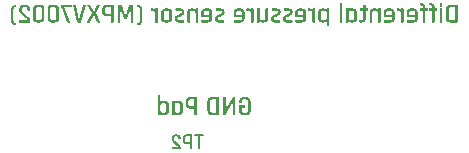
<source format=gbo>
G04*
G04 #@! TF.GenerationSoftware,Altium Limited,Altium Designer,24.1.2 (44)*
G04*
G04 Layer_Color=32896*
%FSLAX44Y44*%
%MOMM*%
G71*
G04*
G04 #@! TF.SameCoordinates,B0990823-7E9F-439D-9868-1D062C9B8760*
G04*
G04*
G04 #@! TF.FilePolarity,Positive*
G04*
G01*
G75*
G36*
X374163Y150549D02*
X374246Y150521D01*
X374357Y150410D01*
X374413Y150271D01*
Y150244D01*
Y150216D01*
Y148078D01*
X374385Y147939D01*
X374357Y147828D01*
X374302Y147773D01*
X374218Y147717D01*
X374080Y147662D01*
X372497D01*
X372386Y147689D01*
X372275Y147717D01*
X372192Y147884D01*
X372136Y148023D01*
Y148050D01*
Y148078D01*
Y150216D01*
X372164Y150327D01*
X372192Y150438D01*
X372303Y150521D01*
X372442Y150577D01*
X374024D01*
X374163Y150549D01*
D02*
G37*
G36*
X321998Y146051D02*
X322081Y146024D01*
X322192Y145885D01*
X322248Y145746D01*
Y145718D01*
Y145690D01*
Y134502D01*
X322220Y134364D01*
X322192Y134280D01*
X322053Y134169D01*
X321914Y134114D01*
X320388D01*
X320249Y134142D01*
X320138Y134169D01*
X320082Y134225D01*
X320027Y134308D01*
X319971Y134447D01*
Y134475D01*
Y134502D01*
Y142081D01*
X319943Y142442D01*
X319888Y142748D01*
X319805Y142998D01*
X319666Y143247D01*
X319527Y143442D01*
X319360Y143581D01*
X319194Y143719D01*
X319000Y143830D01*
X318666Y143969D01*
X318361Y144053D01*
X318222Y144080D01*
X316945D01*
X316640Y144053D01*
X316390Y143997D01*
X316140Y143914D01*
X315946Y143803D01*
X315779Y143664D01*
X315640Y143525D01*
X315446Y143220D01*
X315307Y142887D01*
X315252Y142609D01*
X315224Y142498D01*
Y142415D01*
Y142359D01*
Y142331D01*
Y134502D01*
X315196Y134364D01*
X315168Y134280D01*
X315030Y134169D01*
X314891Y134114D01*
X313364D01*
X313225Y134142D01*
X313114Y134169D01*
X313031Y134225D01*
X312975Y134308D01*
X312920Y134447D01*
Y134475D01*
Y134502D01*
Y142442D01*
X312947Y143053D01*
X313058Y143608D01*
X313197Y144053D01*
X313364Y144441D01*
X313558Y144747D01*
X313697Y144969D01*
X313808Y145080D01*
X313836Y145135D01*
X314224Y145441D01*
X314641Y145690D01*
X315085Y145857D01*
X315501Y145968D01*
X315890Y146024D01*
X316196Y146079D01*
X317833D01*
X318111Y146024D01*
X318639Y145885D01*
X319055Y145690D01*
X319360Y145468D01*
X319610Y145219D01*
X319777Y145024D01*
X319860Y144885D01*
X319888Y144858D01*
Y144830D01*
X319971D01*
Y145690D01*
X319999Y145829D01*
X320027Y145913D01*
X320165Y146024D01*
X320332Y146079D01*
X321859D01*
X321998Y146051D01*
D02*
G37*
G36*
X278522D02*
X278605Y146024D01*
X278717Y145885D01*
X278772Y145746D01*
Y145718D01*
Y145690D01*
Y131226D01*
X278744Y131088D01*
X278717Y130977D01*
X278661Y130921D01*
X278578Y130865D01*
X278439Y130810D01*
X276912D01*
X276773Y130838D01*
X276662Y130865D01*
X276607Y130949D01*
X276551Y131032D01*
X276495Y131171D01*
Y131199D01*
Y131226D01*
Y135335D01*
X276412D01*
X276301Y135113D01*
X276135Y134947D01*
X275802Y134641D01*
X275413Y134419D01*
X274996Y134280D01*
X274636Y134169D01*
X274302Y134142D01*
X274191Y134114D01*
X272831D01*
X272220Y134142D01*
X271720Y134253D01*
X271276Y134419D01*
X270915Y134586D01*
X270610Y134752D01*
X270416Y134919D01*
X270277Y135030D01*
X270249Y135058D01*
X269944Y135446D01*
X269722Y135891D01*
X269555Y136335D01*
X269444Y136751D01*
X269388Y137140D01*
X269333Y137473D01*
Y137584D01*
Y137667D01*
Y137723D01*
Y137751D01*
Y142442D01*
X269361Y143053D01*
X269472Y143608D01*
X269611Y144053D01*
X269777Y144441D01*
X269971Y144747D01*
X270110Y144969D01*
X270221Y145080D01*
X270249Y145135D01*
X270610Y145441D01*
X271026Y145690D01*
X271443Y145857D01*
X271859Y145968D01*
X272248Y146024D01*
X272553Y146079D01*
X274358D01*
X274636Y146024D01*
X275163Y145885D01*
X275579Y145690D01*
X275885Y145468D01*
X276135Y145219D01*
X276301Y145024D01*
X276385Y144885D01*
X276412Y144858D01*
Y144830D01*
X276495D01*
Y145690D01*
X276523Y145829D01*
X276551Y145913D01*
X276690Y146024D01*
X276856Y146079D01*
X278383D01*
X278522Y146051D01*
D02*
G37*
G36*
X167473D02*
X167557Y146024D01*
X167668Y145885D01*
X167723Y145746D01*
Y145718D01*
Y145690D01*
Y134502D01*
X167696Y134364D01*
X167668Y134280D01*
X167529Y134169D01*
X167390Y134114D01*
X165863D01*
X165724Y134142D01*
X165613Y134169D01*
X165558Y134225D01*
X165502Y134308D01*
X165447Y134447D01*
Y134475D01*
Y134502D01*
Y142081D01*
X165419Y142442D01*
X165363Y142748D01*
X165280Y142998D01*
X165141Y143247D01*
X165002Y143442D01*
X164836Y143581D01*
X164669Y143719D01*
X164475Y143830D01*
X164142Y143969D01*
X163836Y144053D01*
X163698Y144080D01*
X162421D01*
X162115Y144053D01*
X161865Y143997D01*
X161616Y143914D01*
X161421Y143803D01*
X161255Y143664D01*
X161116Y143525D01*
X160921Y143220D01*
X160783Y142887D01*
X160727Y142609D01*
X160699Y142498D01*
Y142415D01*
Y142359D01*
Y142331D01*
Y134502D01*
X160672Y134364D01*
X160644Y134280D01*
X160505Y134169D01*
X160366Y134114D01*
X158839D01*
X158701Y134142D01*
X158589Y134169D01*
X158506Y134225D01*
X158451Y134308D01*
X158395Y134447D01*
Y134475D01*
Y134502D01*
Y142442D01*
X158423Y143053D01*
X158534Y143608D01*
X158673Y144053D01*
X158839Y144441D01*
X159034Y144747D01*
X159172Y144969D01*
X159284Y145080D01*
X159311Y145135D01*
X159700Y145441D01*
X160116Y145690D01*
X160561Y145857D01*
X160977Y145968D01*
X161366Y146024D01*
X161671Y146079D01*
X163309D01*
X163587Y146024D01*
X164114Y145885D01*
X164531Y145690D01*
X164836Y145468D01*
X165086Y145219D01*
X165252Y145024D01*
X165336Y144885D01*
X165363Y144858D01*
Y144830D01*
X165447D01*
Y145690D01*
X165474Y145829D01*
X165502Y145913D01*
X165641Y146024D01*
X165808Y146079D01*
X167335D01*
X167473Y146051D01*
D02*
G37*
G36*
X341459D02*
X341542Y146024D01*
X341653Y145885D01*
X341709Y145746D01*
Y145718D01*
Y145690D01*
Y134502D01*
X341681Y134364D01*
X341653Y134280D01*
X341515Y134169D01*
X341376Y134114D01*
X339849D01*
X339710Y134142D01*
X339599Y134169D01*
X339543Y134225D01*
X339488Y134308D01*
X339432Y134447D01*
Y134475D01*
Y134502D01*
Y141943D01*
X339405Y142331D01*
X339349Y142637D01*
X339266Y142942D01*
X339127Y143192D01*
X338988Y143386D01*
X338822Y143553D01*
X338627Y143692D01*
X338461Y143803D01*
X338100Y143969D01*
X337794Y144053D01*
X337656Y144080D01*
X335934D01*
X335851Y144108D01*
X335740Y144247D01*
X335685Y144413D01*
Y144441D01*
Y144469D01*
Y145690D01*
X335712Y145829D01*
X335740Y145913D01*
X335879Y146024D01*
X336018Y146079D01*
X336934D01*
X337239Y146051D01*
X337517Y146024D01*
X337767Y145968D01*
X337989Y145913D01*
X338183Y145829D01*
X338322Y145774D01*
X338405Y145746D01*
X338433Y145718D01*
X338655Y145580D01*
X338849Y145441D01*
X339016Y145274D01*
X339127Y145135D01*
X339238Y144997D01*
X339294Y144885D01*
X339349Y144802D01*
Y144774D01*
X339432D01*
Y145690D01*
X339460Y145829D01*
X339488Y145913D01*
X339627Y146024D01*
X339793Y146079D01*
X341320D01*
X341459Y146051D01*
D02*
G37*
G36*
X266362D02*
X266446Y146024D01*
X266557Y145885D01*
X266612Y145746D01*
Y145718D01*
Y145690D01*
Y134502D01*
X266584Y134364D01*
X266557Y134280D01*
X266418Y134169D01*
X266279Y134114D01*
X264752D01*
X264613Y134142D01*
X264502Y134169D01*
X264447Y134225D01*
X264391Y134308D01*
X264336Y134447D01*
Y134475D01*
Y134502D01*
Y141943D01*
X264308Y142331D01*
X264252Y142637D01*
X264169Y142942D01*
X264030Y143192D01*
X263892Y143386D01*
X263725Y143553D01*
X263531Y143692D01*
X263364Y143803D01*
X263003Y143969D01*
X262698Y144053D01*
X262559Y144080D01*
X260838D01*
X260754Y144108D01*
X260643Y144247D01*
X260588Y144413D01*
Y144441D01*
Y144469D01*
Y145690D01*
X260616Y145829D01*
X260643Y145913D01*
X260782Y146024D01*
X260921Y146079D01*
X261837D01*
X262143Y146051D01*
X262420Y146024D01*
X262670Y145968D01*
X262892Y145913D01*
X263086Y145829D01*
X263225Y145774D01*
X263309Y145746D01*
X263336Y145718D01*
X263558Y145580D01*
X263753Y145441D01*
X263919Y145274D01*
X264030Y145135D01*
X264141Y144997D01*
X264197Y144885D01*
X264252Y144802D01*
Y144774D01*
X264336D01*
Y145690D01*
X264363Y145829D01*
X264391Y145913D01*
X264530Y146024D01*
X264697Y146079D01*
X266224D01*
X266362Y146051D01*
D02*
G37*
G36*
X214308D02*
X214391Y146024D01*
X214503Y145885D01*
X214558Y145746D01*
Y145718D01*
Y145690D01*
Y134502D01*
X214530Y134364D01*
X214503Y134280D01*
X214364Y134169D01*
X214225Y134114D01*
X212698D01*
X212559Y134142D01*
X212448Y134169D01*
X212393Y134225D01*
X212337Y134308D01*
X212282Y134447D01*
Y134475D01*
Y134502D01*
Y141943D01*
X212254Y142331D01*
X212198Y142637D01*
X212115Y142942D01*
X211976Y143192D01*
X211837Y143386D01*
X211671Y143553D01*
X211476Y143692D01*
X211310Y143803D01*
X210949Y143969D01*
X210644Y144053D01*
X210505Y144080D01*
X208783D01*
X208700Y144108D01*
X208589Y144247D01*
X208534Y144413D01*
Y144441D01*
Y144469D01*
Y145690D01*
X208561Y145829D01*
X208589Y145913D01*
X208728Y146024D01*
X208867Y146079D01*
X209783D01*
X210088Y146051D01*
X210366Y146024D01*
X210616Y145968D01*
X210838Y145913D01*
X211032Y145829D01*
X211171Y145774D01*
X211254Y145746D01*
X211282Y145718D01*
X211504Y145580D01*
X211699Y145441D01*
X211865Y145274D01*
X211976Y145135D01*
X212087Y144997D01*
X212143Y144885D01*
X212198Y144802D01*
Y144774D01*
X212282D01*
Y145690D01*
X212309Y145829D01*
X212337Y145913D01*
X212476Y146024D01*
X212642Y146079D01*
X214169D01*
X214308Y146051D01*
D02*
G37*
G36*
X133243D02*
X133326Y146024D01*
X133437Y145885D01*
X133492Y145746D01*
Y145718D01*
Y145690D01*
Y134502D01*
X133465Y134364D01*
X133437Y134280D01*
X133298Y134169D01*
X133159Y134114D01*
X131632D01*
X131494Y134142D01*
X131383Y134169D01*
X131327Y134225D01*
X131271Y134308D01*
X131216Y134447D01*
Y134475D01*
Y134502D01*
Y141943D01*
X131188Y142331D01*
X131133Y142637D01*
X131049Y142942D01*
X130911Y143192D01*
X130772Y143386D01*
X130605Y143553D01*
X130411Y143692D01*
X130244Y143803D01*
X129883Y143969D01*
X129578Y144053D01*
X129439Y144080D01*
X127718D01*
X127635Y144108D01*
X127524Y144247D01*
X127468Y144413D01*
Y144441D01*
Y144469D01*
Y145690D01*
X127496Y145829D01*
X127524Y145913D01*
X127662Y146024D01*
X127801Y146079D01*
X128717D01*
X129023Y146051D01*
X129300Y146024D01*
X129550Y145968D01*
X129772Y145913D01*
X129967Y145829D01*
X130105Y145774D01*
X130189Y145746D01*
X130217Y145718D01*
X130439Y145580D01*
X130633Y145441D01*
X130800Y145274D01*
X130911Y145135D01*
X131022Y144997D01*
X131077Y144885D01*
X131133Y144802D01*
Y144774D01*
X131216D01*
Y145690D01*
X131244Y145829D01*
X131271Y145913D01*
X131410Y146024D01*
X131577Y146079D01*
X133104D01*
X133243Y146051D01*
D02*
G37*
G36*
X22249Y149161D02*
X22805Y149050D01*
X23277Y148883D01*
X23665Y148717D01*
X23971Y148550D01*
X24193Y148384D01*
X24304Y148272D01*
X24359Y148245D01*
X24665Y147856D01*
X24915Y147440D01*
X25081Y146995D01*
X25192Y146579D01*
X25248Y146190D01*
X25275Y145885D01*
X25303Y145774D01*
Y145690D01*
Y145635D01*
Y145607D01*
Y144691D01*
X25275Y144552D01*
X25248Y144441D01*
X25192Y144386D01*
X25109Y144330D01*
X24970Y144275D01*
X23388D01*
X23249Y144302D01*
X23166Y144330D01*
X23054Y144497D01*
X22999Y144636D01*
Y144663D01*
Y144691D01*
Y145552D01*
X22971Y145885D01*
X22943Y146135D01*
X22888Y146357D01*
X22805Y146551D01*
X22721Y146690D01*
X22666Y146773D01*
X22638Y146829D01*
X22610Y146857D01*
X22444Y146995D01*
X22222Y147079D01*
X21805Y147190D01*
X21611Y147218D01*
X21444Y147245D01*
X20167D01*
X19862Y147218D01*
X19584Y147162D01*
X19334Y147079D01*
X19140Y146995D01*
X18973Y146857D01*
X18835Y146718D01*
X18613Y146412D01*
X18474Y146079D01*
X18418Y145829D01*
X18390Y145718D01*
Y145635D01*
Y145580D01*
Y145552D01*
Y144774D01*
X18446Y144358D01*
X18557Y143969D01*
X18751Y143608D01*
X18946Y143303D01*
X19168Y143053D01*
X19362Y142887D01*
X19473Y142748D01*
X19529Y142720D01*
X23971Y139111D01*
X24193Y138917D01*
X24387Y138722D01*
X24692Y138306D01*
X24915Y137889D01*
X25053Y137528D01*
X25164Y137168D01*
X25192Y136918D01*
X25220Y136807D01*
Y136723D01*
Y136696D01*
Y136668D01*
Y134502D01*
X25192Y134364D01*
X25137Y134280D01*
X24998Y134169D01*
X24831Y134114D01*
X16530D01*
X16392Y134142D01*
X16280Y134169D01*
X16225Y134225D01*
X16169Y134308D01*
X16114Y134447D01*
Y134475D01*
Y134502D01*
Y135752D01*
X16142Y135891D01*
X16169Y135974D01*
X16308Y136085D01*
X16475Y136140D01*
X22638D01*
Y136890D01*
X22610Y137112D01*
X22555Y137306D01*
X22471Y137501D01*
X22360Y137640D01*
X22277Y137778D01*
X22194Y137862D01*
X22138Y137917D01*
X22111Y137945D01*
X17585Y141637D01*
X17335Y141859D01*
X17113Y142109D01*
X16919Y142359D01*
X16752Y142609D01*
X16502Y143109D01*
X16336Y143581D01*
X16253Y143997D01*
X16225Y144164D01*
X16197Y144330D01*
X16169Y144469D01*
Y144552D01*
Y144608D01*
Y144636D01*
Y145607D01*
X16197Y146218D01*
X16308Y146746D01*
X16475Y147190D01*
X16641Y147578D01*
X16836Y147856D01*
X16975Y148078D01*
X17085Y148189D01*
X17141Y148245D01*
X17530Y148550D01*
X17946Y148800D01*
X18390Y148967D01*
X18835Y149078D01*
X19223Y149133D01*
X19529Y149189D01*
X21639D01*
X22249Y149161D01*
D02*
G37*
G36*
X84353D02*
X84437Y149133D01*
X84464Y149078D01*
X84492Y149050D01*
X84520Y148967D01*
Y148883D01*
X84492Y148800D01*
Y148772D01*
X80772Y141915D01*
X84659Y134530D01*
X84686Y134391D01*
Y134308D01*
X84659Y134253D01*
Y134225D01*
X84575Y134169D01*
X84492Y134142D01*
X84437Y134114D01*
X82660D01*
X82521Y134142D01*
X82410Y134169D01*
X82243Y134308D01*
X82132Y134419D01*
X82105Y134447D01*
Y134475D01*
X79217Y140194D01*
X79106D01*
X76219Y134475D01*
X76136Y134364D01*
X76052Y134280D01*
X75886Y134169D01*
X75747Y134114D01*
X73915D01*
X73804Y134142D01*
X73720Y134169D01*
X73665Y134197D01*
Y134225D01*
X73637Y134336D01*
Y134447D01*
X73665Y134530D01*
Y134558D01*
X77552Y141915D01*
X73776Y148744D01*
X73748Y148855D01*
X73776Y148967D01*
X73804Y149022D01*
Y149050D01*
X73887Y149133D01*
X73970Y149161D01*
X74026Y149189D01*
X75803D01*
X75941Y149161D01*
X76052Y149133D01*
X76247Y148994D01*
X76358Y148855D01*
X76413Y148828D01*
Y148800D01*
X79106Y143358D01*
X79217D01*
X81910Y148800D01*
X81994Y148939D01*
X82105Y149022D01*
X82327Y149133D01*
X82493Y149189D01*
X84242D01*
X84353Y149161D01*
D02*
G37*
G36*
X112560D02*
X112671Y149133D01*
X112726Y149078D01*
X112782Y148994D01*
X112837Y148855D01*
Y148828D01*
Y148800D01*
Y134502D01*
X112810Y134364D01*
X112782Y134280D01*
X112615Y134169D01*
X112477Y134114D01*
X110838D01*
X110755Y134142D01*
X110700Y134169D01*
X110672D01*
X110616Y134253D01*
X110589Y134364D01*
Y134475D01*
Y134502D01*
Y146385D01*
X110505D01*
X107368Y137751D01*
X107313Y137640D01*
X107229Y137556D01*
X107091Y137445D01*
X106952Y137390D01*
X105397D01*
X105258Y137417D01*
X105147Y137445D01*
X104981Y137584D01*
X104897Y137695D01*
X104870Y137723D01*
Y137751D01*
X101816Y146357D01*
X101733D01*
Y134502D01*
X101705Y134364D01*
X101677Y134280D01*
X101510Y134169D01*
X101372Y134114D01*
X99872D01*
X99734Y134142D01*
X99623Y134169D01*
X99567Y134225D01*
X99511Y134308D01*
X99456Y134447D01*
Y134475D01*
Y134502D01*
Y148800D01*
X99484Y148939D01*
X99511Y149022D01*
X99650Y149133D01*
X99817Y149189D01*
X102482D01*
X102676Y149161D01*
X102787Y149078D01*
X102815Y148967D01*
X102843Y148939D01*
X106091Y139888D01*
X106202D01*
X109423Y148939D01*
X109534Y149078D01*
X109645Y149161D01*
X109756Y149189D01*
X112421D01*
X112560Y149161D01*
D02*
G37*
G36*
X72305D02*
X72416Y149133D01*
X72471Y149050D01*
X72499Y148967D01*
Y148828D01*
Y148772D01*
Y148744D01*
X68584Y134502D01*
X68529Y134364D01*
X68473Y134280D01*
X68307Y134169D01*
X68168Y134114D01*
X65780D01*
X65669Y134142D01*
X65558Y134169D01*
X65420Y134308D01*
X65364Y134447D01*
X65336Y134475D01*
Y134502D01*
X61394Y148744D01*
X61366Y148883D01*
X61394Y148994D01*
X61477Y149078D01*
X61533Y149133D01*
X61699Y149189D01*
X63421D01*
X63559Y149161D01*
X63671Y149133D01*
X63809Y148994D01*
X63865Y148855D01*
X63893Y148828D01*
Y148800D01*
X66891Y136529D01*
X67002D01*
X70028Y148800D01*
X70056Y148939D01*
X70111Y149022D01*
X70278Y149133D01*
X70417Y149189D01*
X72138D01*
X72305Y149161D01*
D02*
G37*
G36*
X226579Y146051D02*
X226662Y146024D01*
X226773Y145885D01*
X226829Y145746D01*
Y145718D01*
Y145690D01*
Y137751D01*
X226801Y137140D01*
X226690Y136585D01*
X226551Y136140D01*
X226385Y135752D01*
X226218Y135446D01*
X226079Y135224D01*
X225968Y135113D01*
X225941Y135058D01*
X225552Y134752D01*
X225135Y134502D01*
X224719Y134336D01*
X224303Y134225D01*
X223914Y134169D01*
X223608Y134142D01*
X223498Y134114D01*
X222276D01*
X221943Y134142D01*
X221665Y134169D01*
X221138Y134308D01*
X220749Y134502D01*
X220416Y134725D01*
X220194Y134947D01*
X220027Y135141D01*
X219944Y135280D01*
X219916Y135335D01*
X219805D01*
Y134502D01*
X219777Y134364D01*
X219750Y134280D01*
X219611Y134169D01*
X219472Y134114D01*
X217945D01*
X217806Y134142D01*
X217695Y134169D01*
X217640Y134225D01*
X217584Y134308D01*
X217529Y134447D01*
Y134475D01*
Y134502D01*
Y145690D01*
X217556Y145829D01*
X217584Y145913D01*
X217723Y146024D01*
X217889Y146079D01*
X219417D01*
X219555Y146051D01*
X219639Y146024D01*
X219750Y145885D01*
X219805Y145746D01*
Y145718D01*
Y145690D01*
Y138084D01*
X219833Y137723D01*
X219888Y137417D01*
X219972Y137168D01*
X220110Y136918D01*
X220249Y136723D01*
X220416Y136585D01*
X220583Y136446D01*
X220777Y136335D01*
X221138Y136196D01*
X221443Y136113D01*
X221582D01*
X221665Y136085D01*
X222859D01*
X223164Y136113D01*
X223414Y136168D01*
X223636Y136251D01*
X223831Y136362D01*
X223997Y136501D01*
X224136Y136640D01*
X224330Y136973D01*
X224469Y137279D01*
X224525Y137556D01*
X224552Y137667D01*
Y137751D01*
Y137806D01*
Y137834D01*
Y145690D01*
X224580Y145829D01*
X224608Y145913D01*
X224747Y146024D01*
X224913Y146079D01*
X226440D01*
X226579Y146051D01*
D02*
G37*
G36*
X387072Y149161D02*
X387183Y149133D01*
X387239Y149078D01*
X387295Y148994D01*
X387350Y148855D01*
Y148828D01*
Y148800D01*
Y134502D01*
X387322Y134364D01*
X387295Y134280D01*
X387128Y134169D01*
X386989Y134114D01*
X381159D01*
X380548Y134142D01*
X380021Y134253D01*
X379549Y134419D01*
X379160Y134586D01*
X378855Y134752D01*
X378633Y134919D01*
X378522Y135030D01*
X378466Y135058D01*
X378133Y135446D01*
X377911Y135891D01*
X377744Y136335D01*
X377606Y136779D01*
X377550Y137168D01*
X377522Y137473D01*
X377494Y137584D01*
Y137667D01*
Y137723D01*
Y137751D01*
Y145552D01*
X377522Y146163D01*
X377633Y146718D01*
X377800Y147162D01*
X377966Y147551D01*
X378161Y147856D01*
X378299Y148078D01*
X378411Y148189D01*
X378466Y148245D01*
X378855Y148550D01*
X379299Y148800D01*
X379743Y148967D01*
X380187Y149078D01*
X380576Y149133D01*
X380881Y149189D01*
X386934D01*
X387072Y149161D01*
D02*
G37*
G36*
X374163Y146051D02*
X374246Y146024D01*
X374357Y145885D01*
X374413Y145746D01*
Y145718D01*
Y145690D01*
Y134502D01*
X374385Y134364D01*
X374357Y134280D01*
X374218Y134169D01*
X374080Y134114D01*
X372358D01*
X372275Y134142D01*
X372247Y134169D01*
X372220D01*
X372164Y134253D01*
X372136Y134364D01*
Y134475D01*
Y134502D01*
Y145690D01*
X372164Y145829D01*
X372192Y145913D01*
X372331Y146024D01*
X372469Y146079D01*
X374024D01*
X374163Y146051D01*
D02*
G37*
G36*
X365085Y150577D02*
X365612Y150466D01*
X366056Y150299D01*
X366417Y150133D01*
X366723Y149966D01*
X366917Y149799D01*
X367028Y149688D01*
X367084Y149661D01*
X367389Y149272D01*
X367583Y148855D01*
X367750Y148411D01*
X367861Y147995D01*
X367916Y147606D01*
X367944Y147273D01*
X367972Y147162D01*
Y147079D01*
Y147023D01*
Y146995D01*
Y146301D01*
X368027Y146163D01*
X368111Y146107D01*
X368194Y146079D01*
X369638D01*
X369721Y146051D01*
X369776Y146024D01*
X369804Y145996D01*
X369860Y145913D01*
X369888Y145802D01*
Y145718D01*
Y145690D01*
Y144469D01*
X369860Y144330D01*
X369832Y144247D01*
X369665Y144136D01*
X369527Y144080D01*
X368250D01*
X368083Y144053D01*
X368000Y143969D01*
X367972Y143886D01*
Y143858D01*
Y134502D01*
X367944Y134364D01*
X367916Y134280D01*
X367778Y134169D01*
X367639Y134114D01*
X366112D01*
X365973Y134142D01*
X365862Y134169D01*
X365779Y134225D01*
X365723Y134308D01*
X365668Y134447D01*
Y134475D01*
Y134502D01*
Y143858D01*
X365640Y143997D01*
X365557Y144053D01*
X365473Y144080D01*
X363475D01*
X363336Y144108D01*
X363225Y144136D01*
X363169Y144191D01*
X363114Y144275D01*
X363058Y144413D01*
Y144441D01*
Y144469D01*
Y145690D01*
X363086Y145829D01*
X363114Y145913D01*
X363252Y146024D01*
X363419Y146079D01*
X365446D01*
X365584Y146107D01*
X365640Y146190D01*
X365668Y146273D01*
Y146301D01*
Y146884D01*
X365640Y147218D01*
X365612Y147467D01*
X365557Y147689D01*
X365501Y147884D01*
X365446Y148023D01*
X365390Y148106D01*
X365335Y148161D01*
Y148189D01*
X365196Y148328D01*
X365001Y148439D01*
X364807Y148495D01*
X364613Y148550D01*
X364418Y148578D01*
X364280Y148606D01*
X363447D01*
X363308Y148633D01*
X363225Y148661D01*
X363114Y148828D01*
X363058Y148967D01*
Y148994D01*
Y149022D01*
Y150244D01*
X363086Y150355D01*
X363114Y150466D01*
X363252Y150549D01*
X363391Y150604D01*
X364474D01*
X365085Y150577D01*
D02*
G37*
G36*
X357200D02*
X357728Y150466D01*
X358172Y150299D01*
X358533Y150133D01*
X358838Y149966D01*
X359033Y149799D01*
X359144Y149688D01*
X359199Y149661D01*
X359505Y149272D01*
X359699Y148855D01*
X359865Y148411D01*
X359977Y147995D01*
X360032Y147606D01*
X360060Y147273D01*
X360088Y147162D01*
Y147079D01*
Y147023D01*
Y146995D01*
Y146301D01*
X360143Y146163D01*
X360226Y146107D01*
X360310Y146079D01*
X361753D01*
X361837Y146051D01*
X361892Y146024D01*
X361920Y145996D01*
X361975Y145913D01*
X362003Y145802D01*
Y145718D01*
Y145690D01*
Y144469D01*
X361975Y144330D01*
X361948Y144247D01*
X361781Y144136D01*
X361642Y144080D01*
X360365D01*
X360199Y144053D01*
X360115Y143969D01*
X360088Y143886D01*
Y143858D01*
Y134502D01*
X360060Y134364D01*
X360032Y134280D01*
X359893Y134169D01*
X359754Y134114D01*
X358228D01*
X358089Y134142D01*
X357978Y134169D01*
X357894Y134225D01*
X357839Y134308D01*
X357783Y134447D01*
Y134475D01*
Y134502D01*
Y143858D01*
X357756Y143997D01*
X357672Y144053D01*
X357589Y144080D01*
X355590D01*
X355451Y144108D01*
X355340Y144136D01*
X355285Y144191D01*
X355229Y144275D01*
X355174Y144413D01*
Y144441D01*
Y144469D01*
Y145690D01*
X355201Y145829D01*
X355229Y145913D01*
X355368Y146024D01*
X355535Y146079D01*
X357561D01*
X357700Y146107D01*
X357756Y146190D01*
X357783Y146273D01*
Y146301D01*
Y146884D01*
X357756Y147218D01*
X357728Y147467D01*
X357672Y147689D01*
X357617Y147884D01*
X357561Y148023D01*
X357506Y148106D01*
X357450Y148161D01*
Y148189D01*
X357311Y148328D01*
X357117Y148439D01*
X356923Y148495D01*
X356728Y148550D01*
X356534Y148578D01*
X356395Y148606D01*
X355562D01*
X355424Y148633D01*
X355340Y148661D01*
X355229Y148828D01*
X355174Y148967D01*
Y148994D01*
Y149022D01*
Y150244D01*
X355201Y150355D01*
X355229Y150466D01*
X355368Y150549D01*
X355507Y150604D01*
X356590D01*
X357200Y150577D01*
D02*
G37*
G36*
X350510Y146051D02*
X351037Y145940D01*
X351509Y145774D01*
X351898Y145607D01*
X352203Y145413D01*
X352425Y145274D01*
X352536Y145163D01*
X352592Y145107D01*
X352897Y144719D01*
X353147Y144302D01*
X353313Y143858D01*
X353425Y143414D01*
X353480Y143025D01*
X353508Y142720D01*
X353536Y142609D01*
Y142526D01*
Y142470D01*
Y142442D01*
Y137751D01*
X353508Y137140D01*
X353397Y136612D01*
X353230Y136140D01*
X353064Y135752D01*
X352897Y135446D01*
X352730Y135224D01*
X352620Y135113D01*
X352592Y135058D01*
X352203Y134752D01*
X351759Y134502D01*
X351315Y134336D01*
X350871Y134225D01*
X350482Y134169D01*
X350176Y134142D01*
X350065Y134114D01*
X344818D01*
X344679Y134142D01*
X344568Y134169D01*
X344513Y134225D01*
X344457Y134308D01*
X344402Y134419D01*
Y134447D01*
Y134475D01*
Y135641D01*
X344430Y135779D01*
X344457Y135891D01*
X344541Y135974D01*
X344596Y136029D01*
X344763Y136085D01*
X349566D01*
X349871Y136113D01*
X350121Y136168D01*
X350343Y136251D01*
X350537Y136362D01*
X350704Y136474D01*
X350843Y136612D01*
X351037Y136945D01*
X351176Y137251D01*
X351231Y137528D01*
X351259Y137612D01*
Y137695D01*
Y137751D01*
Y137778D01*
Y138806D01*
X351231Y138944D01*
X351120Y139000D01*
X351037Y139028D01*
X344707D01*
X344568Y139055D01*
X344457Y139083D01*
X344402Y139166D01*
X344346Y139250D01*
X344291Y139389D01*
Y139416D01*
Y139444D01*
Y142442D01*
X344319Y143053D01*
X344430Y143581D01*
X344596Y144053D01*
X344763Y144413D01*
X344957Y144719D01*
X345096Y144941D01*
X345207Y145052D01*
X345262Y145107D01*
X345651Y145441D01*
X346095Y145663D01*
X346540Y145829D01*
X346984Y145968D01*
X347372Y146024D01*
X347678Y146051D01*
X347789Y146079D01*
X349899D01*
X350510Y146051D01*
D02*
G37*
G36*
X331048D02*
X331576Y145940D01*
X332048Y145774D01*
X332436Y145607D01*
X332742Y145413D01*
X332964Y145274D01*
X333075Y145163D01*
X333130Y145107D01*
X333436Y144719D01*
X333686Y144302D01*
X333852Y143858D01*
X333963Y143414D01*
X334019Y143025D01*
X334047Y142720D01*
X334074Y142609D01*
Y142526D01*
Y142470D01*
Y142442D01*
Y137751D01*
X334047Y137140D01*
X333936Y136612D01*
X333769Y136140D01*
X333602Y135752D01*
X333436Y135446D01*
X333269Y135224D01*
X333158Y135113D01*
X333130Y135058D01*
X332742Y134752D01*
X332298Y134502D01*
X331853Y134336D01*
X331409Y134225D01*
X331021Y134169D01*
X330715Y134142D01*
X330604Y134114D01*
X325357D01*
X325218Y134142D01*
X325107Y134169D01*
X325052Y134225D01*
X324996Y134308D01*
X324941Y134419D01*
Y134447D01*
Y134475D01*
Y135641D01*
X324968Y135779D01*
X324996Y135891D01*
X325079Y135974D01*
X325135Y136029D01*
X325302Y136085D01*
X330104D01*
X330410Y136113D01*
X330660Y136168D01*
X330882Y136251D01*
X331076Y136362D01*
X331243Y136474D01*
X331381Y136612D01*
X331576Y136945D01*
X331715Y137251D01*
X331770Y137528D01*
X331798Y137612D01*
Y137695D01*
Y137751D01*
Y137778D01*
Y138806D01*
X331770Y138944D01*
X331659Y139000D01*
X331576Y139028D01*
X325246D01*
X325107Y139055D01*
X324996Y139083D01*
X324941Y139166D01*
X324885Y139250D01*
X324829Y139389D01*
Y139416D01*
Y139444D01*
Y142442D01*
X324857Y143053D01*
X324968Y143581D01*
X325135Y144053D01*
X325302Y144413D01*
X325496Y144719D01*
X325635Y144941D01*
X325746Y145052D01*
X325801Y145107D01*
X326190Y145441D01*
X326634Y145663D01*
X327078Y145829D01*
X327523Y145968D01*
X327911Y146024D01*
X328217Y146051D01*
X328328Y146079D01*
X330438D01*
X331048Y146051D01*
D02*
G37*
G36*
X309227Y148800D02*
X309338Y148772D01*
X309394Y148717D01*
X309449Y148633D01*
X309505Y148495D01*
Y148467D01*
Y148439D01*
Y146301D01*
X309533Y146163D01*
X309616Y146107D01*
X309727Y146079D01*
X310865D01*
X311004Y146051D01*
X311087Y146024D01*
X311198Y145885D01*
X311254Y145746D01*
Y145718D01*
Y145690D01*
Y144469D01*
Y144330D01*
X311226Y144247D01*
X311198Y144191D01*
Y144164D01*
X311115Y144108D01*
X311004Y144080D01*
X309755D01*
X309616Y144053D01*
X309533Y143969D01*
X309505Y143886D01*
Y143858D01*
Y137695D01*
X309449Y137084D01*
X309338Y136557D01*
X309199Y136085D01*
X309005Y135724D01*
X308839Y135419D01*
X308672Y135196D01*
X308561Y135085D01*
X308533Y135030D01*
X308117Y134725D01*
X307673Y134502D01*
X307228Y134336D01*
X306784Y134225D01*
X306395Y134169D01*
X306062Y134142D01*
X305951Y134114D01*
X304535D01*
X304396Y134142D01*
X304286Y134169D01*
X304202Y134225D01*
X304147Y134308D01*
X304091Y134419D01*
Y134447D01*
Y134475D01*
Y135696D01*
X304119Y135835D01*
X304147Y135918D01*
X304313Y136029D01*
X304452Y136085D01*
X305452D01*
X305757Y136113D01*
X306035Y136168D01*
X306257Y136251D01*
X306451Y136362D01*
X306618Y136474D01*
X306784Y136640D01*
X306978Y136945D01*
X307117Y137251D01*
X307173Y137528D01*
X307201Y137640D01*
Y137723D01*
Y137778D01*
Y137806D01*
Y143858D01*
X307173Y143997D01*
X307062Y144053D01*
X306978Y144080D01*
X304757D01*
X304619Y144108D01*
X304508Y144136D01*
X304452Y144191D01*
X304396Y144275D01*
X304341Y144413D01*
Y144441D01*
Y144469D01*
Y145690D01*
X304369Y145829D01*
X304396Y145913D01*
X304535Y146024D01*
X304702Y146079D01*
X306951D01*
X307090Y146107D01*
X307173Y146190D01*
X307201Y146273D01*
Y146301D01*
Y148439D01*
X307228Y148578D01*
X307256Y148661D01*
X307395Y148772D01*
X307561Y148828D01*
X309088D01*
X309227Y148800D01*
D02*
G37*
G36*
X299066Y146051D02*
X299594Y145940D01*
X300066Y145774D01*
X300454Y145607D01*
X300760Y145413D01*
X300982Y145274D01*
X301093Y145163D01*
X301148Y145107D01*
X301454Y144719D01*
X301704Y144302D01*
X301870Y143858D01*
X301981Y143414D01*
X302037Y143025D01*
X302064Y142720D01*
X302092Y142609D01*
Y142526D01*
Y142470D01*
Y142442D01*
Y137751D01*
X302064Y137140D01*
X301954Y136612D01*
X301787Y136140D01*
X301620Y135752D01*
X301454Y135446D01*
X301287Y135224D01*
X301176Y135113D01*
X301148Y135058D01*
X300760Y134752D01*
X300315Y134502D01*
X299871Y134336D01*
X299427Y134225D01*
X299038Y134169D01*
X298733Y134142D01*
X298622Y134114D01*
X297539D01*
X297206Y134142D01*
X296901Y134169D01*
X296651Y134225D01*
X296401Y134308D01*
X295985Y134502D01*
X295651Y134725D01*
X295429Y134947D01*
X295263Y135141D01*
X295180Y135280D01*
X295152Y135335D01*
X295068D01*
Y134502D01*
X295041Y134364D01*
X295013Y134280D01*
X294846Y134169D01*
X294708Y134114D01*
X293181D01*
X293042Y134142D01*
X292931Y134169D01*
X292875Y134225D01*
X292820Y134308D01*
X292764Y134447D01*
Y134475D01*
Y134502D01*
Y145690D01*
X292792Y145829D01*
X292820Y145913D01*
X292959Y146024D01*
X293125Y146079D01*
X298455D01*
X299066Y146051D01*
D02*
G37*
G36*
X289461Y150577D02*
X289544Y150549D01*
X289655Y150410D01*
X289710Y150271D01*
Y150244D01*
Y150216D01*
Y134502D01*
X289683Y134364D01*
X289655Y134280D01*
X289516Y134169D01*
X289377Y134114D01*
X287822D01*
X287684Y134142D01*
X287600Y134169D01*
X287489Y134308D01*
X287434Y134447D01*
Y134475D01*
Y134502D01*
Y150216D01*
X287462Y150355D01*
X287489Y150438D01*
X287628Y150549D01*
X287767Y150604D01*
X289322D01*
X289461Y150577D01*
D02*
G37*
G36*
X255951Y146051D02*
X256479Y145940D01*
X256951Y145774D01*
X257340Y145607D01*
X257645Y145413D01*
X257867Y145274D01*
X257978Y145163D01*
X258034Y145107D01*
X258339Y144719D01*
X258589Y144302D01*
X258755Y143858D01*
X258867Y143414D01*
X258922Y143025D01*
X258950Y142720D01*
X258978Y142609D01*
Y142526D01*
Y142470D01*
Y142442D01*
Y137751D01*
X258950Y137140D01*
X258839Y136612D01*
X258672Y136140D01*
X258506Y135752D01*
X258339Y135446D01*
X258172Y135224D01*
X258061Y135113D01*
X258034Y135058D01*
X257645Y134752D01*
X257201Y134502D01*
X256757Y134336D01*
X256312Y134225D01*
X255924Y134169D01*
X255618Y134142D01*
X255507Y134114D01*
X250260D01*
X250121Y134142D01*
X250010Y134169D01*
X249955Y134225D01*
X249899Y134308D01*
X249844Y134419D01*
Y134447D01*
Y134475D01*
Y135641D01*
X249872Y135779D01*
X249899Y135891D01*
X249983Y135974D01*
X250038Y136029D01*
X250205Y136085D01*
X255008D01*
X255313Y136113D01*
X255563Y136168D01*
X255785Y136251D01*
X255979Y136362D01*
X256146Y136474D01*
X256285Y136612D01*
X256479Y136945D01*
X256618Y137251D01*
X256673Y137528D01*
X256701Y137612D01*
Y137695D01*
Y137751D01*
Y137778D01*
Y138806D01*
X256673Y138944D01*
X256562Y139000D01*
X256479Y139028D01*
X250149D01*
X250010Y139055D01*
X249899Y139083D01*
X249844Y139166D01*
X249788Y139250D01*
X249733Y139389D01*
Y139416D01*
Y139444D01*
Y142442D01*
X249760Y143053D01*
X249872Y143581D01*
X250038Y144053D01*
X250205Y144413D01*
X250399Y144719D01*
X250538Y144941D01*
X250649Y145052D01*
X250704Y145107D01*
X251093Y145441D01*
X251537Y145663D01*
X251982Y145829D01*
X252426Y145968D01*
X252814Y146024D01*
X253120Y146051D01*
X253231Y146079D01*
X255341D01*
X255951Y146051D01*
D02*
G37*
G36*
X244902D02*
X245430Y145940D01*
X245874Y145802D01*
X246262Y145607D01*
X246596Y145385D01*
X246845Y145135D01*
X247068Y144858D01*
X247262Y144580D01*
X247401Y144275D01*
X247512Y144025D01*
X247567Y143747D01*
X247623Y143525D01*
X247651Y143331D01*
X247678Y143192D01*
Y143081D01*
Y143053D01*
X247651Y142664D01*
X247595Y142304D01*
X247512Y141998D01*
X247401Y141748D01*
X247318Y141526D01*
X247234Y141387D01*
X247179Y141276D01*
X247151Y141249D01*
X246929Y140999D01*
X246651Y140777D01*
X246346Y140582D01*
X246068Y140388D01*
X245818Y140249D01*
X245596Y140138D01*
X245457Y140055D01*
X245402Y140027D01*
X242848Y138806D01*
X242487Y138611D01*
X242209Y138361D01*
X242015Y138139D01*
X241876Y137889D01*
X241793Y137695D01*
X241765Y137528D01*
X241737Y137417D01*
Y137362D01*
Y137084D01*
X241765Y136890D01*
X241793Y136723D01*
X241987Y136474D01*
X242209Y136279D01*
X242487Y136168D01*
X242792Y136085D01*
X243014Y136057D01*
X243209Y136029D01*
X247206D01*
X247345Y136002D01*
X247428Y135974D01*
X247540Y135835D01*
X247595Y135696D01*
Y135668D01*
Y135641D01*
Y134502D01*
X247567Y134364D01*
X247540Y134280D01*
X247401Y134169D01*
X247262Y134114D01*
X242875D01*
X242265Y134142D01*
X241709Y134253D01*
X241265Y134391D01*
X240849Y134586D01*
X240516Y134808D01*
X240238Y135085D01*
X239988Y135335D01*
X239822Y135641D01*
X239683Y135918D01*
X239572Y136196D01*
X239489Y136446D01*
X239433Y136668D01*
X239405Y136862D01*
X239377Y137001D01*
Y137112D01*
Y137140D01*
X239405Y137556D01*
X239461Y137945D01*
X239516Y138278D01*
X239600Y138556D01*
X239711Y138778D01*
X239766Y138917D01*
X239822Y139028D01*
X239849Y139055D01*
X240044Y139333D01*
X240294Y139583D01*
X240571Y139805D01*
X240849Y139999D01*
X241099Y140138D01*
X241321Y140249D01*
X241460Y140332D01*
X241487Y140360D01*
X241515D01*
X244097Y141665D01*
X244319Y141776D01*
X244486Y141887D01*
X244791Y142109D01*
X244985Y142331D01*
X245152Y142526D01*
X245235Y142692D01*
X245263Y142859D01*
X245291Y142942D01*
Y142970D01*
Y143247D01*
X245263Y143386D01*
X245235Y143525D01*
X245096Y143719D01*
X244985Y143830D01*
X244958Y143886D01*
X244930D01*
X244763Y143969D01*
X244597Y144025D01*
X244236Y144108D01*
X244097Y144136D01*
X240405D01*
X240294Y144164D01*
X240183Y144191D01*
X240099Y144330D01*
X240044Y144469D01*
Y144497D01*
Y144524D01*
Y145690D01*
X240072Y145829D01*
X240099Y145913D01*
X240210Y146024D01*
X240349Y146079D01*
X244319D01*
X244902Y146051D01*
D02*
G37*
G36*
X234686D02*
X235213Y145940D01*
X235657Y145802D01*
X236046Y145607D01*
X236379Y145385D01*
X236629Y145135D01*
X236851Y144858D01*
X237045Y144580D01*
X237184Y144275D01*
X237295Y144025D01*
X237351Y143747D01*
X237406Y143525D01*
X237434Y143331D01*
X237462Y143192D01*
Y143081D01*
Y143053D01*
X237434Y142664D01*
X237379Y142304D01*
X237295Y141998D01*
X237184Y141748D01*
X237101Y141526D01*
X237018Y141387D01*
X236962Y141276D01*
X236934Y141249D01*
X236712Y140999D01*
X236435Y140777D01*
X236129Y140582D01*
X235852Y140388D01*
X235602Y140249D01*
X235380Y140138D01*
X235241Y140055D01*
X235185Y140027D01*
X232631Y138806D01*
X232270Y138611D01*
X231993Y138361D01*
X231798Y138139D01*
X231660Y137889D01*
X231576Y137695D01*
X231549Y137528D01*
X231521Y137417D01*
Y137362D01*
Y137084D01*
X231549Y136890D01*
X231576Y136723D01*
X231771Y136474D01*
X231993Y136279D01*
X232270Y136168D01*
X232576Y136085D01*
X232798Y136057D01*
X232992Y136029D01*
X236990D01*
X237129Y136002D01*
X237212Y135974D01*
X237323Y135835D01*
X237379Y135696D01*
Y135668D01*
Y135641D01*
Y134502D01*
X237351Y134364D01*
X237323Y134280D01*
X237184Y134169D01*
X237045Y134114D01*
X232659D01*
X232048Y134142D01*
X231493Y134253D01*
X231049Y134391D01*
X230632Y134586D01*
X230299Y134808D01*
X230022Y135085D01*
X229772Y135335D01*
X229605Y135641D01*
X229466Y135918D01*
X229355Y136196D01*
X229272Y136446D01*
X229216Y136668D01*
X229189Y136862D01*
X229161Y137001D01*
Y137112D01*
Y137140D01*
X229189Y137556D01*
X229244Y137945D01*
X229300Y138278D01*
X229383Y138556D01*
X229494Y138778D01*
X229550Y138917D01*
X229605Y139028D01*
X229633Y139055D01*
X229827Y139333D01*
X230077Y139583D01*
X230355Y139805D01*
X230632Y139999D01*
X230882Y140138D01*
X231104Y140249D01*
X231243Y140332D01*
X231271Y140360D01*
X231299D01*
X233881Y141665D01*
X234103Y141776D01*
X234269Y141887D01*
X234575Y142109D01*
X234769Y142331D01*
X234935Y142526D01*
X235019Y142692D01*
X235047Y142859D01*
X235074Y142942D01*
Y142970D01*
Y143247D01*
X235047Y143386D01*
X235019Y143525D01*
X234880Y143719D01*
X234769Y143830D01*
X234741Y143886D01*
X234713D01*
X234547Y143969D01*
X234380Y144025D01*
X234019Y144108D01*
X233881Y144136D01*
X230188D01*
X230077Y144164D01*
X229966Y144191D01*
X229883Y144330D01*
X229827Y144469D01*
Y144497D01*
Y144524D01*
Y145690D01*
X229855Y145829D01*
X229883Y145913D01*
X229994Y146024D01*
X230133Y146079D01*
X234103D01*
X234686Y146051D01*
D02*
G37*
G36*
X203897D02*
X204425Y145940D01*
X204897Y145774D01*
X205285Y145607D01*
X205591Y145413D01*
X205813Y145274D01*
X205924Y145163D01*
X205979Y145107D01*
X206285Y144719D01*
X206535Y144302D01*
X206701Y143858D01*
X206812Y143414D01*
X206868Y143025D01*
X206896Y142720D01*
X206924Y142609D01*
Y142526D01*
Y142470D01*
Y142442D01*
Y137751D01*
X206896Y137140D01*
X206785Y136612D01*
X206618Y136140D01*
X206451Y135752D01*
X206285Y135446D01*
X206118Y135224D01*
X206007Y135113D01*
X205979Y135058D01*
X205591Y134752D01*
X205147Y134502D01*
X204702Y134336D01*
X204258Y134225D01*
X203870Y134169D01*
X203564Y134142D01*
X203453Y134114D01*
X198206D01*
X198067Y134142D01*
X197956Y134169D01*
X197901Y134225D01*
X197845Y134308D01*
X197790Y134419D01*
Y134447D01*
Y134475D01*
Y135641D01*
X197817Y135779D01*
X197845Y135891D01*
X197929Y135974D01*
X197984Y136029D01*
X198151Y136085D01*
X202953D01*
X203259Y136113D01*
X203509Y136168D01*
X203731Y136251D01*
X203925Y136362D01*
X204092Y136474D01*
X204230Y136612D01*
X204425Y136945D01*
X204564Y137251D01*
X204619Y137528D01*
X204647Y137612D01*
Y137695D01*
Y137751D01*
Y137778D01*
Y138806D01*
X204619Y138944D01*
X204508Y139000D01*
X204425Y139028D01*
X198095D01*
X197956Y139055D01*
X197845Y139083D01*
X197790Y139166D01*
X197734Y139250D01*
X197679Y139389D01*
Y139416D01*
Y139444D01*
Y142442D01*
X197706Y143053D01*
X197817Y143581D01*
X197984Y144053D01*
X198151Y144413D01*
X198345Y144719D01*
X198484Y144941D01*
X198595Y145052D01*
X198650Y145107D01*
X199039Y145441D01*
X199483Y145663D01*
X199927Y145829D01*
X200372Y145968D01*
X200760Y146024D01*
X201066Y146051D01*
X201177Y146079D01*
X203287D01*
X203897Y146051D01*
D02*
G37*
G36*
X187268D02*
X187795Y145940D01*
X188239Y145802D01*
X188628Y145607D01*
X188961Y145385D01*
X189211Y145135D01*
X189433Y144858D01*
X189628Y144580D01*
X189766Y144275D01*
X189877Y144025D01*
X189933Y143747D01*
X189988Y143525D01*
X190016Y143331D01*
X190044Y143192D01*
Y143081D01*
Y143053D01*
X190016Y142664D01*
X189961Y142304D01*
X189877Y141998D01*
X189766Y141748D01*
X189683Y141526D01*
X189600Y141387D01*
X189544Y141276D01*
X189517Y141249D01*
X189294Y140999D01*
X189017Y140777D01*
X188711Y140582D01*
X188434Y140388D01*
X188184Y140249D01*
X187962Y140138D01*
X187823Y140055D01*
X187768Y140027D01*
X185213Y138806D01*
X184853Y138611D01*
X184575Y138361D01*
X184381Y138139D01*
X184242Y137889D01*
X184158Y137695D01*
X184131Y137528D01*
X184103Y137417D01*
Y137362D01*
Y137084D01*
X184131Y136890D01*
X184158Y136723D01*
X184353Y136474D01*
X184575Y136279D01*
X184853Y136168D01*
X185158Y136085D01*
X185380Y136057D01*
X185574Y136029D01*
X189572D01*
X189711Y136002D01*
X189794Y135974D01*
X189905Y135835D01*
X189961Y135696D01*
Y135668D01*
Y135641D01*
Y134502D01*
X189933Y134364D01*
X189905Y134280D01*
X189766Y134169D01*
X189628Y134114D01*
X185241D01*
X184630Y134142D01*
X184075Y134253D01*
X183631Y134391D01*
X183214Y134586D01*
X182881Y134808D01*
X182604Y135085D01*
X182354Y135335D01*
X182187Y135641D01*
X182048Y135918D01*
X181938Y136196D01*
X181854Y136446D01*
X181799Y136668D01*
X181771Y136862D01*
X181743Y137001D01*
Y137112D01*
Y137140D01*
X181771Y137556D01*
X181826Y137945D01*
X181882Y138278D01*
X181965Y138556D01*
X182076Y138778D01*
X182132Y138917D01*
X182187Y139028D01*
X182215Y139055D01*
X182409Y139333D01*
X182659Y139583D01*
X182937Y139805D01*
X183214Y139999D01*
X183464Y140138D01*
X183687Y140249D01*
X183825Y140332D01*
X183853Y140360D01*
X183881D01*
X186463Y141665D01*
X186685Y141776D01*
X186851Y141887D01*
X187157Y142109D01*
X187351Y142331D01*
X187518Y142526D01*
X187601Y142692D01*
X187629Y142859D01*
X187656Y142942D01*
Y142970D01*
Y143247D01*
X187629Y143386D01*
X187601Y143525D01*
X187462Y143719D01*
X187351Y143830D01*
X187323Y143886D01*
X187296D01*
X187129Y143969D01*
X186962Y144025D01*
X186602Y144108D01*
X186463Y144136D01*
X182770D01*
X182659Y144164D01*
X182548Y144191D01*
X182465Y144330D01*
X182409Y144469D01*
Y144497D01*
Y144524D01*
Y145690D01*
X182437Y145829D01*
X182465Y145913D01*
X182576Y146024D01*
X182715Y146079D01*
X186685D01*
X187268Y146051D01*
D02*
G37*
G36*
X176524D02*
X177051Y145940D01*
X177523Y145774D01*
X177912Y145607D01*
X178217Y145413D01*
X178439Y145274D01*
X178550Y145163D01*
X178606Y145107D01*
X178911Y144719D01*
X179161Y144302D01*
X179328Y143858D01*
X179439Y143414D01*
X179494Y143025D01*
X179522Y142720D01*
X179550Y142609D01*
Y142526D01*
Y142470D01*
Y142442D01*
Y137751D01*
X179522Y137140D01*
X179411Y136612D01*
X179244Y136140D01*
X179078Y135752D01*
X178911Y135446D01*
X178745Y135224D01*
X178634Y135113D01*
X178606Y135058D01*
X178217Y134752D01*
X177773Y134502D01*
X177329Y134336D01*
X176885Y134225D01*
X176496Y134169D01*
X176191Y134142D01*
X176080Y134114D01*
X170833D01*
X170694Y134142D01*
X170583Y134169D01*
X170527Y134225D01*
X170472Y134308D01*
X170416Y134419D01*
Y134447D01*
Y134475D01*
Y135641D01*
X170444Y135779D01*
X170472Y135891D01*
X170555Y135974D01*
X170611Y136029D01*
X170777Y136085D01*
X175580D01*
X175885Y136113D01*
X176135Y136168D01*
X176357Y136251D01*
X176552Y136362D01*
X176718Y136474D01*
X176857Y136612D01*
X177051Y136945D01*
X177190Y137251D01*
X177246Y137528D01*
X177273Y137612D01*
Y137695D01*
Y137751D01*
Y137778D01*
Y138806D01*
X177246Y138944D01*
X177135Y139000D01*
X177051Y139028D01*
X170722D01*
X170583Y139055D01*
X170472Y139083D01*
X170416Y139166D01*
X170361Y139250D01*
X170305Y139389D01*
Y139416D01*
Y139444D01*
Y142442D01*
X170333Y143053D01*
X170444Y143581D01*
X170611Y144053D01*
X170777Y144413D01*
X170971Y144719D01*
X171110Y144941D01*
X171221Y145052D01*
X171277Y145107D01*
X171665Y145441D01*
X172110Y145663D01*
X172554Y145829D01*
X172998Y145968D01*
X173387Y146024D01*
X173692Y146051D01*
X173803Y146079D01*
X175913D01*
X176524Y146051D01*
D02*
G37*
G36*
X153315D02*
X153842Y145940D01*
X154286Y145802D01*
X154675Y145607D01*
X155008Y145385D01*
X155258Y145135D01*
X155480Y144858D01*
X155674Y144580D01*
X155813Y144275D01*
X155924Y144025D01*
X155980Y143747D01*
X156035Y143525D01*
X156063Y143331D01*
X156091Y143192D01*
Y143081D01*
Y143053D01*
X156063Y142664D01*
X156008Y142304D01*
X155924Y141998D01*
X155813Y141748D01*
X155730Y141526D01*
X155647Y141387D01*
X155591Y141276D01*
X155563Y141249D01*
X155341Y140999D01*
X155064Y140777D01*
X154758Y140582D01*
X154481Y140388D01*
X154231Y140249D01*
X154009Y140138D01*
X153870Y140055D01*
X153814Y140027D01*
X151260Y138806D01*
X150899Y138611D01*
X150622Y138361D01*
X150427Y138139D01*
X150289Y137889D01*
X150205Y137695D01*
X150177Y137528D01*
X150150Y137417D01*
Y137362D01*
Y137084D01*
X150177Y136890D01*
X150205Y136723D01*
X150400Y136474D01*
X150622Y136279D01*
X150899Y136168D01*
X151205Y136085D01*
X151427Y136057D01*
X151621Y136029D01*
X155619D01*
X155758Y136002D01*
X155841Y135974D01*
X155952Y135835D01*
X156008Y135696D01*
Y135668D01*
Y135641D01*
Y134502D01*
X155980Y134364D01*
X155952Y134280D01*
X155813Y134169D01*
X155674Y134114D01*
X151288D01*
X150677Y134142D01*
X150122Y134253D01*
X149678Y134391D01*
X149261Y134586D01*
X148928Y134808D01*
X148651Y135085D01*
X148401Y135335D01*
X148234Y135641D01*
X148095Y135918D01*
X147984Y136196D01*
X147901Y136446D01*
X147845Y136668D01*
X147818Y136862D01*
X147790Y137001D01*
Y137112D01*
Y137140D01*
X147818Y137556D01*
X147873Y137945D01*
X147929Y138278D01*
X148012Y138556D01*
X148123Y138778D01*
X148179Y138917D01*
X148234Y139028D01*
X148262Y139055D01*
X148456Y139333D01*
X148706Y139583D01*
X148984Y139805D01*
X149261Y139999D01*
X149511Y140138D01*
X149733Y140249D01*
X149872Y140332D01*
X149900Y140360D01*
X149928D01*
X152510Y141665D01*
X152732Y141776D01*
X152898Y141887D01*
X153204Y142109D01*
X153398Y142331D01*
X153565Y142526D01*
X153648Y142692D01*
X153676Y142859D01*
X153703Y142942D01*
Y142970D01*
Y143247D01*
X153676Y143386D01*
X153648Y143525D01*
X153509Y143719D01*
X153398Y143830D01*
X153370Y143886D01*
X153342D01*
X153176Y143969D01*
X153009Y144025D01*
X152648Y144108D01*
X152510Y144136D01*
X148817D01*
X148706Y144164D01*
X148595Y144191D01*
X148512Y144330D01*
X148456Y144469D01*
Y144497D01*
Y144524D01*
Y145690D01*
X148484Y145829D01*
X148512Y145913D01*
X148623Y146024D01*
X148762Y146079D01*
X152732D01*
X153315Y146051D01*
D02*
G37*
G36*
X142571D02*
X143098Y145940D01*
X143570Y145774D01*
X143959Y145607D01*
X144264Y145413D01*
X144486Y145274D01*
X144597Y145163D01*
X144653Y145107D01*
X144958Y144719D01*
X145208Y144302D01*
X145375Y143858D01*
X145486Y143414D01*
X145541Y143025D01*
X145569Y142720D01*
X145597Y142609D01*
Y142526D01*
Y142470D01*
Y142442D01*
Y137751D01*
X145569Y137140D01*
X145458Y136612D01*
X145291Y136140D01*
X145125Y135752D01*
X144958Y135446D01*
X144792Y135224D01*
X144681Y135113D01*
X144653Y135058D01*
X144264Y134752D01*
X143820Y134502D01*
X143376Y134336D01*
X142932Y134225D01*
X142543Y134169D01*
X142238Y134142D01*
X142127Y134114D01*
X139878D01*
X139267Y134142D01*
X138740Y134253D01*
X138267Y134419D01*
X137879Y134586D01*
X137573Y134752D01*
X137351Y134919D01*
X137240Y135030D01*
X137185Y135058D01*
X136852Y135446D01*
X136630Y135891D01*
X136463Y136335D01*
X136324Y136779D01*
X136269Y137168D01*
X136241Y137473D01*
X136213Y137584D01*
Y137667D01*
Y137723D01*
Y137751D01*
Y142442D01*
X136241Y143053D01*
X136352Y143581D01*
X136518Y144053D01*
X136685Y144413D01*
X136879Y144719D01*
X137018Y144941D01*
X137129Y145052D01*
X137185Y145107D01*
X137573Y145441D01*
X138018Y145663D01*
X138462Y145829D01*
X138906Y145968D01*
X139295Y146024D01*
X139600Y146051D01*
X139711Y146079D01*
X141960D01*
X142571Y146051D01*
D02*
G37*
G36*
X95764Y149161D02*
X95875Y149133D01*
X95930Y149078D01*
X95986Y148994D01*
X96041Y148855D01*
Y148828D01*
Y148800D01*
Y134502D01*
X96013Y134364D01*
X95986Y134280D01*
X95819Y134169D01*
X95680Y134114D01*
X94153D01*
X94015Y134142D01*
X93931Y134169D01*
X93820Y134308D01*
X93765Y134447D01*
Y134475D01*
Y134502D01*
Y139250D01*
X93709Y139389D01*
X93626Y139444D01*
X93543Y139472D01*
X90045D01*
X89434Y139527D01*
X88906Y139638D01*
X88434Y139777D01*
X88074Y139972D01*
X87768Y140138D01*
X87546Y140305D01*
X87435Y140416D01*
X87379Y140443D01*
X87046Y140832D01*
X86824Y141276D01*
X86658Y141721D01*
X86519Y142137D01*
X86463Y142526D01*
X86435Y142831D01*
X86408Y142942D01*
Y143025D01*
Y143081D01*
Y143109D01*
Y145552D01*
X86435Y146163D01*
X86547Y146718D01*
X86713Y147162D01*
X86880Y147551D01*
X87074Y147856D01*
X87213Y148078D01*
X87324Y148189D01*
X87379Y148245D01*
X87768Y148550D01*
X88184Y148800D01*
X88629Y148967D01*
X89073Y149078D01*
X89462Y149133D01*
X89767Y149189D01*
X95625D01*
X95764Y149161D01*
D02*
G37*
G36*
X60256D02*
X60339Y149133D01*
X60450Y148994D01*
X60506Y148855D01*
Y148828D01*
Y148800D01*
Y147523D01*
X60478Y147384D01*
X60450Y147273D01*
X60395Y147190D01*
X60311Y147134D01*
X60173Y147079D01*
X54204D01*
X59229Y134558D01*
X59284Y134419D01*
Y134308D01*
X59256Y134225D01*
X59201Y134169D01*
X59062Y134114D01*
X57396D01*
X57202Y134142D01*
X57063Y134169D01*
X56952Y134225D01*
X56869Y134308D01*
X56758Y134419D01*
X56730Y134447D01*
Y134475D01*
X51983Y146357D01*
X51844Y146773D01*
X51788Y146940D01*
X51761Y147079D01*
X51733Y147190D01*
Y147301D01*
Y147329D01*
Y147356D01*
Y148800D01*
X51761Y148939D01*
X51788Y149022D01*
X51927Y149133D01*
X52094Y149189D01*
X60117D01*
X60256Y149161D01*
D02*
G37*
G36*
X46819D02*
X47374Y149050D01*
X47846Y148883D01*
X48235Y148717D01*
X48540Y148550D01*
X48762Y148384D01*
X48873Y148272D01*
X48929Y148245D01*
X49234Y147856D01*
X49484Y147440D01*
X49651Y146968D01*
X49762Y146551D01*
X49817Y146163D01*
X49845Y145829D01*
X49873Y145718D01*
Y145635D01*
Y145580D01*
Y145552D01*
Y137751D01*
X49845Y137140D01*
X49734Y136612D01*
X49567Y136140D01*
X49401Y135752D01*
X49234Y135446D01*
X49068Y135224D01*
X48956Y135113D01*
X48929Y135058D01*
X48540Y134752D01*
X48096Y134502D01*
X47652Y134336D01*
X47207Y134225D01*
X46819Y134169D01*
X46486Y134142D01*
X46375Y134114D01*
X43876D01*
X43265Y134142D01*
X42738Y134253D01*
X42266Y134419D01*
X41905Y134586D01*
X41600Y134752D01*
X41378Y134919D01*
X41266Y135030D01*
X41211Y135058D01*
X40878Y135446D01*
X40656Y135891D01*
X40489Y136335D01*
X40350Y136779D01*
X40295Y137168D01*
X40267Y137473D01*
X40239Y137584D01*
Y137667D01*
Y137723D01*
Y137751D01*
Y145552D01*
X40267Y146163D01*
X40378Y146718D01*
X40545Y147162D01*
X40711Y147551D01*
X40905Y147856D01*
X41044Y148078D01*
X41155Y148189D01*
X41211Y148245D01*
X41600Y148550D01*
X42016Y148800D01*
X42460Y148967D01*
X42904Y149078D01*
X43293Y149133D01*
X43598Y149189D01*
X46208D01*
X46819Y149161D01*
D02*
G37*
G36*
X34409D02*
X34964Y149050D01*
X35436Y148883D01*
X35825Y148717D01*
X36130Y148550D01*
X36353Y148384D01*
X36464Y148272D01*
X36519Y148245D01*
X36825Y147856D01*
X37074Y147440D01*
X37241Y146968D01*
X37352Y146551D01*
X37408Y146163D01*
X37435Y145829D01*
X37463Y145718D01*
Y145635D01*
Y145580D01*
Y145552D01*
Y137751D01*
X37435Y137140D01*
X37324Y136612D01*
X37158Y136140D01*
X36991Y135752D01*
X36825Y135446D01*
X36658Y135224D01*
X36547Y135113D01*
X36519Y135058D01*
X36130Y134752D01*
X35686Y134502D01*
X35242Y134336D01*
X34798Y134225D01*
X34409Y134169D01*
X34076Y134142D01*
X33965Y134114D01*
X31466D01*
X30856Y134142D01*
X30328Y134253D01*
X29856Y134419D01*
X29495Y134586D01*
X29190Y134752D01*
X28968Y134919D01*
X28857Y135030D01*
X28801Y135058D01*
X28468Y135446D01*
X28246Y135891D01*
X28079Y136335D01*
X27941Y136779D01*
X27885Y137168D01*
X27857Y137473D01*
X27829Y137584D01*
Y137667D01*
Y137723D01*
Y137751D01*
Y145552D01*
X27857Y146163D01*
X27968Y146718D01*
X28135Y147162D01*
X28301Y147551D01*
X28496Y147856D01*
X28635Y148078D01*
X28746Y148189D01*
X28801Y148245D01*
X29190Y148550D01*
X29606Y148800D01*
X30050Y148967D01*
X30495Y149078D01*
X30883Y149133D01*
X31189Y149189D01*
X33798D01*
X34409Y149161D01*
D02*
G37*
G36*
X117002Y149133D02*
X117585Y149022D01*
X118112Y148828D01*
X118529Y148633D01*
X118862Y148411D01*
X119112Y148217D01*
X119250Y148106D01*
X119306Y148050D01*
X119667Y147578D01*
X119944Y147051D01*
X120111Y146468D01*
X120250Y145913D01*
X120333Y145413D01*
X120361Y145191D01*
Y144997D01*
X120389Y144858D01*
Y144747D01*
Y144663D01*
Y144636D01*
Y136307D01*
X120333Y135502D01*
X120222Y134808D01*
X120056Y134197D01*
X119861Y133725D01*
X119667Y133336D01*
X119500Y133087D01*
X119389Y132920D01*
X119334Y132864D01*
X118890Y132476D01*
X118418Y132198D01*
X117918Y132004D01*
X117446Y131865D01*
X117029Y131782D01*
X116835Y131754D01*
X116669D01*
X116558Y131726D01*
X116113D01*
X116030Y131754D01*
X115975Y131782D01*
X115919Y131837D01*
X115891Y131920D01*
Y132004D01*
Y132031D01*
Y133059D01*
X115919Y133170D01*
X115947Y133253D01*
X116086Y133364D01*
X116224Y133392D01*
X116335D01*
X116724Y133420D01*
X117029Y133503D01*
X117335Y133642D01*
X117557Y133808D01*
X117779Y134003D01*
X117946Y134225D01*
X118084Y134475D01*
X118195Y134725D01*
X118362Y135224D01*
X118418Y135446D01*
X118445Y135641D01*
Y135807D01*
X118473Y135946D01*
Y136029D01*
Y136057D01*
Y144858D01*
X118445Y145330D01*
X118390Y145746D01*
X118279Y146107D01*
X118140Y146412D01*
X117973Y146662D01*
X117807Y146884D01*
X117612Y147051D01*
X117418Y147190D01*
X117224Y147301D01*
X117029Y147384D01*
X116696Y147495D01*
X116558D01*
X116447Y147523D01*
X116280D01*
X116141Y147551D01*
X116058Y147578D01*
X115947Y147717D01*
X115891Y147828D01*
Y147856D01*
Y147884D01*
Y148883D01*
Y148994D01*
X115919Y149078D01*
X115947Y149133D01*
X115975D01*
X116058Y149161D01*
X116141Y149189D01*
X116335D01*
X117002Y149133D01*
D02*
G37*
G36*
X13699D02*
X13810Y149050D01*
X13865Y148939D01*
Y148911D01*
Y148883D01*
Y147884D01*
X13837Y147773D01*
X13810Y147689D01*
X13671Y147578D01*
X13532Y147523D01*
X13449D01*
X13088Y147495D01*
X12755Y147412D01*
X12477Y147301D01*
X12255Y147190D01*
X12061Y147079D01*
X11949Y146968D01*
X11866Y146884D01*
X11839Y146857D01*
X11644Y146579D01*
X11505Y146273D01*
X11422Y145940D01*
X11339Y145607D01*
X11311Y145302D01*
X11283Y145080D01*
Y144913D01*
Y144885D01*
Y144858D01*
Y136057D01*
X11311Y135585D01*
X11366Y135196D01*
X11450Y134836D01*
X11561Y134558D01*
X11672Y134336D01*
X11755Y134197D01*
X11811Y134086D01*
X11839Y134058D01*
X12061Y133836D01*
X12310Y133670D01*
X12588Y133559D01*
X12838Y133475D01*
X13088Y133420D01*
X13282Y133392D01*
X13615D01*
X13699Y133336D01*
X13810Y133225D01*
X13865Y133114D01*
Y133087D01*
Y133059D01*
Y132031D01*
X13837Y131920D01*
X13810Y131865D01*
X13671Y131754D01*
X13532Y131726D01*
X13449D01*
X12782Y131782D01*
X12199Y131893D01*
X11672Y132087D01*
X11256Y132309D01*
X10922Y132503D01*
X10673Y132698D01*
X10534Y132809D01*
X10478Y132864D01*
X10117Y133336D01*
X9840Y133892D01*
X9645Y134447D01*
X9506Y135002D01*
X9423Y135530D01*
X9395Y135752D01*
Y135918D01*
X9368Y136085D01*
Y136196D01*
Y136279D01*
Y136307D01*
Y144636D01*
X9423Y145441D01*
X9534Y146135D01*
X9729Y146718D01*
X9923Y147190D01*
X10117Y147578D01*
X10312Y147828D01*
X10423Y147995D01*
X10478Y148050D01*
X10922Y148439D01*
X11394Y148717D01*
X11894Y148911D01*
X12366Y149050D01*
X12782Y149133D01*
X12977Y149161D01*
X13143D01*
X13254Y149189D01*
X13615D01*
X13699Y149133D01*
D02*
G37*
G36*
X198820Y70927D02*
X198931Y70899D01*
X198986Y70844D01*
X199042Y70760D01*
X199097Y70622D01*
Y70594D01*
Y70566D01*
Y56269D01*
X199069Y56130D01*
X199042Y56047D01*
X198875Y55936D01*
X198736Y55880D01*
X197237D01*
X197098Y55908D01*
X197015Y55936D01*
X196904Y56074D01*
X196849Y56213D01*
Y56241D01*
Y56269D01*
Y66346D01*
X196737D01*
X191102Y56241D01*
X191019Y56130D01*
X190907Y56047D01*
X190713Y55936D01*
X190546Y55880D01*
X189214D01*
X189075Y55908D01*
X188992Y55936D01*
X188881Y56074D01*
X188825Y56213D01*
Y56241D01*
Y56269D01*
Y70566D01*
X188853Y70705D01*
X188881Y70788D01*
X189020Y70899D01*
X189158Y70955D01*
X190685D01*
X190824Y70927D01*
X190907Y70899D01*
X191019Y70760D01*
X191074Y70622D01*
Y70594D01*
Y70566D01*
Y60489D01*
X191185D01*
X196849Y70705D01*
X196987Y70844D01*
X197154Y70927D01*
X197320Y70955D01*
X198681D01*
X198820Y70927D01*
D02*
G37*
G36*
X209064D02*
X209619Y70816D01*
X210063Y70649D01*
X210452Y70483D01*
X210757Y70316D01*
X210979Y70150D01*
X211091Y70039D01*
X211146Y70011D01*
X211451Y69622D01*
X211701Y69206D01*
X211868Y68734D01*
X211979Y68317D01*
X212034Y67929D01*
X212062Y67596D01*
X212090Y67485D01*
Y67401D01*
Y67346D01*
Y67318D01*
Y59517D01*
X212062Y58906D01*
X211951Y58379D01*
X211785Y57907D01*
X211618Y57518D01*
X211451Y57213D01*
X211285Y56990D01*
X211174Y56879D01*
X211146Y56824D01*
X210757Y56519D01*
X210313Y56269D01*
X209869Y56102D01*
X209453Y55991D01*
X209064Y55936D01*
X208731Y55908D01*
X208620Y55880D01*
X205955D01*
X205344Y55908D01*
X204816Y56019D01*
X204344Y56185D01*
X203956Y56352D01*
X203650Y56519D01*
X203428Y56685D01*
X203317Y56796D01*
X203262Y56824D01*
X202929Y57213D01*
X202706Y57657D01*
X202540Y58101D01*
X202401Y58545D01*
X202346Y58934D01*
X202318Y59239D01*
X202290Y59350D01*
Y59434D01*
Y59489D01*
Y59517D01*
Y63459D01*
X202318Y63626D01*
X202373Y63737D01*
X202456Y63848D01*
X202540Y63903D01*
X202706Y63959D01*
X206732D01*
X206871Y63931D01*
X206982Y63903D01*
X207037Y63820D01*
X207093Y63765D01*
X207148Y63598D01*
Y63570D01*
Y63542D01*
Y62349D01*
X207121Y62210D01*
X207093Y62126D01*
X206926Y62015D01*
X206787Y61960D01*
X204844D01*
X204678Y61932D01*
X204594Y61849D01*
X204566Y61738D01*
Y61710D01*
Y59600D01*
X204594Y59295D01*
X204650Y59017D01*
X204733Y58795D01*
X204816Y58601D01*
X204955Y58434D01*
X205094Y58267D01*
X205399Y58073D01*
X205732Y57934D01*
X205982Y57879D01*
X206093Y57851D01*
X208120D01*
X208425Y57879D01*
X208675Y57934D01*
X208897Y58018D01*
X209092Y58129D01*
X209258Y58267D01*
X209397Y58406D01*
X209591Y58740D01*
X209730Y59045D01*
X209786Y59323D01*
X209813Y59434D01*
Y59517D01*
Y59572D01*
Y59600D01*
Y67235D01*
X209786Y67540D01*
X209730Y67818D01*
X209647Y68040D01*
X209536Y68234D01*
X209425Y68429D01*
X209286Y68567D01*
X208953Y68762D01*
X208647Y68900D01*
X208370Y68956D01*
X208287Y68984D01*
X206260D01*
X205955Y68956D01*
X205705Y68900D01*
X205483Y68817D01*
X205288Y68706D01*
X205122Y68567D01*
X204983Y68429D01*
X204788Y68123D01*
X204650Y67790D01*
X204594Y67512D01*
X204566Y67401D01*
Y67318D01*
Y67263D01*
Y67235D01*
Y66485D01*
X204539Y66346D01*
X204511Y66235D01*
X204455Y66180D01*
X204372Y66124D01*
X204233Y66069D01*
X202706D01*
X202568Y66097D01*
X202456Y66124D01*
X202401Y66207D01*
X202346Y66291D01*
X202290Y66430D01*
Y66457D01*
Y66485D01*
Y67318D01*
X202318Y67929D01*
X202429Y68484D01*
X202595Y68928D01*
X202762Y69317D01*
X202956Y69622D01*
X203095Y69844D01*
X203206Y69955D01*
X203262Y70011D01*
X203650Y70316D01*
X204067Y70566D01*
X204539Y70733D01*
X204955Y70844D01*
X205344Y70899D01*
X205677Y70955D01*
X208453D01*
X209064Y70927D01*
D02*
G37*
G36*
X185133D02*
X185244Y70899D01*
X185299Y70844D01*
X185355Y70760D01*
X185410Y70622D01*
Y70594D01*
Y70566D01*
Y56269D01*
X185383Y56130D01*
X185355Y56047D01*
X185188Y55936D01*
X185050Y55880D01*
X179220D01*
X178609Y55908D01*
X178081Y56019D01*
X177609Y56185D01*
X177221Y56352D01*
X176915Y56519D01*
X176693Y56685D01*
X176582Y56796D01*
X176527Y56824D01*
X176194Y57213D01*
X175971Y57657D01*
X175805Y58101D01*
X175666Y58545D01*
X175611Y58934D01*
X175583Y59239D01*
X175555Y59350D01*
Y59434D01*
Y59489D01*
Y59517D01*
Y67318D01*
X175583Y67929D01*
X175694Y68484D01*
X175860Y68928D01*
X176027Y69317D01*
X176221Y69622D01*
X176360Y69844D01*
X176471Y69955D01*
X176527Y70011D01*
X176915Y70316D01*
X177360Y70566D01*
X177804Y70733D01*
X178248Y70844D01*
X178636Y70899D01*
X178942Y70955D01*
X184994D01*
X185133Y70927D01*
D02*
G37*
G36*
X166504D02*
X166616Y70899D01*
X166671Y70844D01*
X166727Y70760D01*
X166782Y70622D01*
Y70594D01*
Y70566D01*
Y56269D01*
X166754Y56130D01*
X166727Y56047D01*
X166560Y55936D01*
X166421Y55880D01*
X164894D01*
X164755Y55908D01*
X164672Y55936D01*
X164561Y56074D01*
X164506Y56213D01*
Y56241D01*
Y56269D01*
Y61016D01*
X164450Y61155D01*
X164367Y61210D01*
X164284Y61238D01*
X160786D01*
X160175Y61294D01*
X159647Y61405D01*
X159175Y61543D01*
X158814Y61738D01*
X158509Y61904D01*
X158287Y62071D01*
X158176Y62182D01*
X158120Y62210D01*
X157787Y62599D01*
X157565Y63043D01*
X157399Y63487D01*
X157260Y63903D01*
X157204Y64292D01*
X157176Y64597D01*
X157149Y64708D01*
Y64792D01*
Y64847D01*
Y64875D01*
Y67318D01*
X157176Y67929D01*
X157287Y68484D01*
X157454Y68928D01*
X157621Y69317D01*
X157815Y69622D01*
X157954Y69844D01*
X158065Y69955D01*
X158120Y70011D01*
X158509Y70316D01*
X158925Y70566D01*
X159370Y70733D01*
X159814Y70844D01*
X160202Y70899D01*
X160508Y70955D01*
X166366D01*
X166504Y70927D01*
D02*
G37*
G36*
X151818Y67818D02*
X152346Y67707D01*
X152818Y67540D01*
X153206Y67374D01*
X153512Y67179D01*
X153734Y67040D01*
X153845Y66929D01*
X153900Y66874D01*
X154206Y66485D01*
X154456Y66069D01*
X154622Y65624D01*
X154733Y65180D01*
X154789Y64792D01*
X154817Y64486D01*
X154844Y64375D01*
Y64292D01*
Y64236D01*
Y64209D01*
Y59517D01*
X154817Y58906D01*
X154705Y58379D01*
X154539Y57907D01*
X154372Y57518D01*
X154206Y57213D01*
X154039Y56990D01*
X153928Y56879D01*
X153900Y56824D01*
X153512Y56519D01*
X153068Y56269D01*
X152623Y56102D01*
X152179Y55991D01*
X151791Y55936D01*
X151485Y55908D01*
X151374Y55880D01*
X150291D01*
X149958Y55908D01*
X149653Y55936D01*
X149403Y55991D01*
X149153Y56074D01*
X148737Y56269D01*
X148404Y56491D01*
X148181Y56713D01*
X148015Y56907D01*
X147932Y57046D01*
X147904Y57101D01*
X147821D01*
Y56269D01*
X147793Y56130D01*
X147765Y56047D01*
X147598Y55936D01*
X147460Y55880D01*
X145933D01*
X145794Y55908D01*
X145683Y55936D01*
X145627Y55991D01*
X145572Y56074D01*
X145516Y56213D01*
Y56241D01*
Y56269D01*
Y67457D01*
X145544Y67596D01*
X145572Y67679D01*
X145711Y67790D01*
X145877Y67846D01*
X151208D01*
X151818Y67818D01*
D02*
G37*
G36*
X135411Y72343D02*
X135494Y72315D01*
X135605Y72176D01*
X135661Y72038D01*
Y72010D01*
Y71982D01*
Y66596D01*
X135772D01*
X135883Y66818D01*
X136022Y67013D01*
X136355Y67318D01*
X136743Y67540D01*
X137132Y67679D01*
X137493Y67790D01*
X137826Y67818D01*
X137937Y67846D01*
X139325D01*
X139936Y67818D01*
X140436Y67707D01*
X140908Y67540D01*
X141269Y67374D01*
X141546Y67207D01*
X141768Y67040D01*
X141879Y66929D01*
X141935Y66902D01*
X142240Y66513D01*
X142435Y66097D01*
X142601Y65624D01*
X142712Y65208D01*
X142768Y64819D01*
X142795Y64486D01*
X142823Y64375D01*
Y64292D01*
Y64236D01*
Y64209D01*
Y59517D01*
X142795Y58906D01*
X142684Y58351D01*
X142546Y57907D01*
X142379Y57518D01*
X142212Y57213D01*
X142074Y56990D01*
X141963Y56879D01*
X141935Y56824D01*
X141546Y56519D01*
X141130Y56269D01*
X140713Y56102D01*
X140297Y55991D01*
X139908Y55936D01*
X139603Y55908D01*
X139492Y55880D01*
X138104D01*
X137771Y55908D01*
X137493Y55936D01*
X136966Y56074D01*
X136577Y56269D01*
X136271Y56491D01*
X136022Y56713D01*
X135883Y56907D01*
X135800Y57046D01*
X135772Y57101D01*
X135661D01*
Y56269D01*
X135633Y56130D01*
X135605Y56047D01*
X135466Y55936D01*
X135328Y55880D01*
X133773D01*
X133634Y55908D01*
X133551Y55936D01*
X133440Y56074D01*
X133384Y56213D01*
Y56241D01*
Y56269D01*
Y71982D01*
X133412Y72121D01*
X133440Y72204D01*
X133579Y72315D01*
X133717Y72371D01*
X135272D01*
X135411Y72343D01*
D02*
G37*
G36*
X150281Y39279D02*
X150744Y39187D01*
X151137Y39048D01*
X151461Y38909D01*
X151716Y38770D01*
X151901Y38631D01*
X151993Y38539D01*
X152040Y38516D01*
X152294Y38192D01*
X152502Y37845D01*
X152641Y37474D01*
X152734Y37127D01*
X152780Y36803D01*
X152803Y36549D01*
X152826Y36456D01*
Y36387D01*
Y36340D01*
Y36317D01*
Y35554D01*
X152803Y35438D01*
X152780Y35345D01*
X152734Y35299D01*
X152664Y35253D01*
X152549Y35207D01*
X151230D01*
X151114Y35230D01*
X151045Y35253D01*
X150952Y35392D01*
X150906Y35508D01*
Y35531D01*
Y35554D01*
Y36271D01*
X150883Y36549D01*
X150859Y36757D01*
X150813Y36942D01*
X150744Y37104D01*
X150674Y37220D01*
X150628Y37289D01*
X150605Y37336D01*
X150582Y37359D01*
X150443Y37474D01*
X150258Y37544D01*
X149911Y37636D01*
X149749Y37659D01*
X149610Y37683D01*
X148546D01*
X148291Y37659D01*
X148060Y37613D01*
X147851Y37544D01*
X147689Y37474D01*
X147550Y37359D01*
X147435Y37243D01*
X147250Y36988D01*
X147134Y36711D01*
X147088Y36502D01*
X147065Y36410D01*
Y36340D01*
Y36294D01*
Y36271D01*
Y35623D01*
X147111Y35276D01*
X147203Y34952D01*
X147365Y34651D01*
X147527Y34397D01*
X147712Y34189D01*
X147874Y34050D01*
X147967Y33934D01*
X148013Y33911D01*
X151716Y30903D01*
X151901Y30741D01*
X152063Y30579D01*
X152317Y30232D01*
X152502Y29885D01*
X152618Y29584D01*
X152711Y29283D01*
X152734Y29075D01*
X152757Y28982D01*
Y28913D01*
Y28890D01*
Y28867D01*
Y27062D01*
X152734Y26946D01*
X152688Y26876D01*
X152572Y26784D01*
X152433Y26738D01*
X145514D01*
X145399Y26761D01*
X145306Y26784D01*
X145260Y26830D01*
X145213Y26900D01*
X145167Y27015D01*
Y27039D01*
Y27062D01*
Y28103D01*
X145190Y28219D01*
X145213Y28288D01*
X145329Y28381D01*
X145468Y28427D01*
X150605D01*
Y29052D01*
X150582Y29237D01*
X150535Y29399D01*
X150466Y29561D01*
X150373Y29676D01*
X150304Y29792D01*
X150235Y29862D01*
X150188Y29908D01*
X150165Y29931D01*
X146394Y33008D01*
X146185Y33194D01*
X146000Y33402D01*
X145838Y33610D01*
X145699Y33818D01*
X145491Y34235D01*
X145352Y34628D01*
X145283Y34975D01*
X145260Y35114D01*
X145237Y35253D01*
X145213Y35369D01*
Y35438D01*
Y35484D01*
Y35508D01*
Y36317D01*
X145237Y36826D01*
X145329Y37266D01*
X145468Y37636D01*
X145607Y37960D01*
X145769Y38192D01*
X145885Y38377D01*
X145977Y38469D01*
X146023Y38516D01*
X146347Y38770D01*
X146694Y38978D01*
X147065Y39117D01*
X147435Y39210D01*
X147759Y39256D01*
X148013Y39302D01*
X149772D01*
X150281Y39279D01*
D02*
G37*
G36*
X172078D02*
X172171Y39256D01*
X172240Y39210D01*
X172286Y39140D01*
X172333Y39025D01*
Y39002D01*
Y38978D01*
Y37983D01*
X172310Y37868D01*
X172263Y37798D01*
X172148Y37706D01*
X172009Y37659D01*
X169510D01*
X169394Y37636D01*
X169325Y37567D01*
X169302Y37474D01*
Y37451D01*
Y27062D01*
X169278Y26946D01*
X169255Y26876D01*
X169116Y26784D01*
X169001Y26738D01*
X167728D01*
X167612Y26761D01*
X167520Y26784D01*
X167474Y26830D01*
X167427Y26900D01*
X167381Y27015D01*
Y27039D01*
Y27062D01*
Y37451D01*
X167358Y37567D01*
X167265Y37636D01*
X167196Y37659D01*
X164720D01*
X164604Y37683D01*
X164512Y37706D01*
X164442Y37752D01*
X164396Y37821D01*
X164350Y37937D01*
Y37960D01*
Y37983D01*
Y38978D01*
X164373Y39094D01*
X164396Y39163D01*
X164535Y39256D01*
X164650Y39302D01*
X171963D01*
X172078Y39279D01*
D02*
G37*
G36*
X162452D02*
X162545Y39256D01*
X162591Y39210D01*
X162637Y39140D01*
X162684Y39025D01*
Y39002D01*
Y38978D01*
Y27062D01*
X162661Y26946D01*
X162637Y26876D01*
X162499Y26784D01*
X162383Y26738D01*
X161110D01*
X160994Y26761D01*
X160925Y26784D01*
X160833Y26900D01*
X160786Y27015D01*
Y27039D01*
Y27062D01*
Y31019D01*
X160740Y31134D01*
X160671Y31180D01*
X160601Y31204D01*
X157686D01*
X157177Y31250D01*
X156737Y31342D01*
X156343Y31458D01*
X156043Y31620D01*
X155788Y31759D01*
X155603Y31898D01*
X155511Y31990D01*
X155464Y32013D01*
X155187Y32337D01*
X155001Y32708D01*
X154863Y33078D01*
X154747Y33425D01*
X154701Y33749D01*
X154677Y34003D01*
X154654Y34096D01*
Y34165D01*
Y34212D01*
Y34235D01*
Y36271D01*
X154677Y36780D01*
X154770Y37243D01*
X154909Y37613D01*
X155048Y37937D01*
X155210Y38192D01*
X155325Y38377D01*
X155418Y38469D01*
X155464Y38516D01*
X155788Y38770D01*
X156135Y38978D01*
X156505Y39117D01*
X156876Y39210D01*
X157200Y39256D01*
X157454Y39302D01*
X162337D01*
X162452Y39279D01*
D02*
G37*
%LPC*%
G36*
X274746Y144080D02*
X273331D01*
X273025Y144053D01*
X272775Y143997D01*
X272553Y143914D01*
X272359Y143803D01*
X272192Y143664D01*
X272054Y143525D01*
X271859Y143220D01*
X271720Y142887D01*
X271665Y142609D01*
X271637Y142498D01*
Y142415D01*
Y142359D01*
Y142331D01*
Y137834D01*
X271665Y137528D01*
X271720Y137251D01*
X271804Y137029D01*
X271887Y136834D01*
X272026Y136668D01*
X272165Y136501D01*
X272470Y136307D01*
X272803Y136168D01*
X273053Y136113D01*
X273164Y136085D01*
X274580D01*
X274913Y136113D01*
X275219Y136168D01*
X275468Y136279D01*
X275690Y136390D01*
X275885Y136557D01*
X276024Y136723D01*
X276162Y136890D01*
X276246Y137084D01*
X276385Y137445D01*
X276468Y137778D01*
X276495Y137889D01*
Y138000D01*
Y138056D01*
Y138084D01*
Y142081D01*
X276468Y142442D01*
X276412Y142748D01*
X276329Y142998D01*
X276190Y143247D01*
X276051Y143442D01*
X275885Y143581D01*
X275718Y143719D01*
X275524Y143830D01*
X275191Y143969D01*
X274885Y144053D01*
X274746Y144080D01*
D02*
G37*
G36*
X384851Y147218D02*
X381492D01*
X381187Y147190D01*
X380937Y147134D01*
X380715Y147051D01*
X380521Y146940D01*
X380354Y146801D01*
X380215Y146662D01*
X380021Y146357D01*
X379882Y146024D01*
X379826Y145746D01*
X379799Y145635D01*
Y145552D01*
Y145496D01*
Y145468D01*
Y137834D01*
X379826Y137528D01*
X379882Y137251D01*
X379965Y137029D01*
X380048Y136834D01*
X380187Y136668D01*
X380326Y136501D01*
X380631Y136307D01*
X380965Y136168D01*
X381215Y136113D01*
X381326Y136085D01*
X384796D01*
X384963Y136140D01*
X385046Y136224D01*
X385074Y136307D01*
Y136362D01*
Y146968D01*
X385018Y147106D01*
X384935Y147190D01*
X384851Y147218D01*
D02*
G37*
G36*
X349705Y144080D02*
X348261D01*
X347955Y144053D01*
X347678Y144025D01*
X347456Y143941D01*
X347289Y143886D01*
X347150Y143803D01*
X347067Y143719D01*
X347011Y143692D01*
X346984Y143664D01*
X346845Y143497D01*
X346734Y143275D01*
X346678Y143081D01*
X346623Y142859D01*
X346595Y142664D01*
X346567Y142498D01*
Y142387D01*
Y142359D01*
Y140860D01*
X346595Y140721D01*
X346678Y140666D01*
X346789Y140638D01*
X351009D01*
X351148Y140666D01*
X351231Y140749D01*
X351259Y140832D01*
Y140860D01*
Y142359D01*
X351231Y142664D01*
X351204Y142942D01*
X351148Y143164D01*
X351065Y143358D01*
X350981Y143497D01*
X350926Y143581D01*
X350898Y143636D01*
X350871Y143664D01*
X350704Y143803D01*
X350482Y143914D01*
X350288Y143969D01*
X350065Y144025D01*
X349871Y144053D01*
X349705Y144080D01*
D02*
G37*
G36*
X330243D02*
X328800D01*
X328494Y144053D01*
X328217Y144025D01*
X327994Y143941D01*
X327828Y143886D01*
X327689Y143803D01*
X327606Y143719D01*
X327550Y143692D01*
X327523Y143664D01*
X327384Y143497D01*
X327273Y143275D01*
X327217Y143081D01*
X327162Y142859D01*
X327134Y142664D01*
X327106Y142498D01*
Y142387D01*
Y142359D01*
Y140860D01*
X327134Y140721D01*
X327217Y140666D01*
X327328Y140638D01*
X331548D01*
X331687Y140666D01*
X331770Y140749D01*
X331798Y140832D01*
Y140860D01*
Y142359D01*
X331770Y142664D01*
X331742Y142942D01*
X331687Y143164D01*
X331604Y143358D01*
X331520Y143497D01*
X331465Y143581D01*
X331437Y143636D01*
X331409Y143664D01*
X331243Y143803D01*
X331021Y143914D01*
X330826Y143969D01*
X330604Y144025D01*
X330410Y144053D01*
X330243Y144080D01*
D02*
G37*
G36*
X298289D02*
X295318D01*
X295180Y144053D01*
X295096Y143969D01*
X295068Y143886D01*
Y143858D01*
Y138084D01*
X295096Y137723D01*
X295152Y137417D01*
X295235Y137168D01*
X295374Y136918D01*
X295513Y136723D01*
X295679Y136585D01*
X295846Y136446D01*
X296012Y136335D01*
X296373Y136196D01*
X296679Y136113D01*
X296817D01*
X296901Y136085D01*
X298122D01*
X298428Y136113D01*
X298678Y136168D01*
X298900Y136251D01*
X299094Y136362D01*
X299261Y136501D01*
X299399Y136640D01*
X299594Y136973D01*
X299732Y137279D01*
X299788Y137556D01*
X299816Y137667D01*
Y137751D01*
Y137806D01*
Y137834D01*
Y142331D01*
X299788Y142637D01*
X299732Y142914D01*
X299649Y143136D01*
X299538Y143331D01*
X299427Y143525D01*
X299288Y143664D01*
X298955Y143858D01*
X298650Y143997D01*
X298372Y144053D01*
X298289Y144080D01*
D02*
G37*
G36*
X255146D02*
X253703D01*
X253397Y144053D01*
X253120Y144025D01*
X252898Y143941D01*
X252731Y143886D01*
X252592Y143803D01*
X252509Y143719D01*
X252453Y143692D01*
X252426Y143664D01*
X252287Y143497D01*
X252176Y143275D01*
X252120Y143081D01*
X252065Y142859D01*
X252037Y142664D01*
X252009Y142498D01*
Y142387D01*
Y142359D01*
Y140860D01*
X252037Y140721D01*
X252120Y140666D01*
X252231Y140638D01*
X256451D01*
X256590Y140666D01*
X256673Y140749D01*
X256701Y140832D01*
Y140860D01*
Y142359D01*
X256673Y142664D01*
X256646Y142942D01*
X256590Y143164D01*
X256507Y143358D01*
X256423Y143497D01*
X256368Y143581D01*
X256340Y143636D01*
X256312Y143664D01*
X256146Y143803D01*
X255924Y143914D01*
X255729Y143969D01*
X255507Y144025D01*
X255313Y144053D01*
X255146Y144080D01*
D02*
G37*
G36*
X203092D02*
X201649D01*
X201343Y144053D01*
X201066Y144025D01*
X200844Y143941D01*
X200677Y143886D01*
X200538Y143803D01*
X200455Y143719D01*
X200399Y143692D01*
X200372Y143664D01*
X200233Y143497D01*
X200122Y143275D01*
X200066Y143081D01*
X200011Y142859D01*
X199983Y142664D01*
X199955Y142498D01*
Y142387D01*
Y142359D01*
Y140860D01*
X199983Y140721D01*
X200066Y140666D01*
X200177Y140638D01*
X204397D01*
X204536Y140666D01*
X204619Y140749D01*
X204647Y140832D01*
Y140860D01*
Y142359D01*
X204619Y142664D01*
X204591Y142942D01*
X204536Y143164D01*
X204453Y143358D01*
X204369Y143497D01*
X204314Y143581D01*
X204286Y143636D01*
X204258Y143664D01*
X204092Y143803D01*
X203870Y143914D01*
X203675Y143969D01*
X203453Y144025D01*
X203259Y144053D01*
X203092Y144080D01*
D02*
G37*
G36*
X175719D02*
X174275D01*
X173970Y144053D01*
X173692Y144025D01*
X173470Y143941D01*
X173303Y143886D01*
X173165Y143803D01*
X173081Y143719D01*
X173026Y143692D01*
X172998Y143664D01*
X172859Y143497D01*
X172748Y143275D01*
X172693Y143081D01*
X172637Y142859D01*
X172609Y142664D01*
X172582Y142498D01*
Y142387D01*
Y142359D01*
Y140860D01*
X172609Y140721D01*
X172693Y140666D01*
X172804Y140638D01*
X177024D01*
X177162Y140666D01*
X177246Y140749D01*
X177273Y140832D01*
Y140860D01*
Y142359D01*
X177246Y142664D01*
X177218Y142942D01*
X177162Y143164D01*
X177079Y143358D01*
X176996Y143497D01*
X176940Y143581D01*
X176912Y143636D01*
X176885Y143664D01*
X176718Y143803D01*
X176496Y143914D01*
X176302Y143969D01*
X176080Y144025D01*
X175885Y144053D01*
X175719Y144080D01*
D02*
G37*
G36*
X141766D02*
X140183D01*
X139878Y144053D01*
X139628Y143997D01*
X139406Y143914D01*
X139212Y143803D01*
X139045Y143692D01*
X138906Y143525D01*
X138712Y143220D01*
X138573Y142914D01*
X138517Y142637D01*
X138490Y142526D01*
Y142442D01*
Y142387D01*
Y142359D01*
Y137806D01*
X138517Y137501D01*
X138573Y137251D01*
X138656Y137001D01*
X138740Y136807D01*
X138878Y136640D01*
X139017Y136501D01*
X139323Y136307D01*
X139656Y136168D01*
X139906Y136113D01*
X140017Y136085D01*
X141627D01*
X141932Y136113D01*
X142210Y136140D01*
X142432Y136224D01*
X142598Y136307D01*
X142765Y136362D01*
X142848Y136446D01*
X142904Y136474D01*
X142932Y136501D01*
X143070Y136668D01*
X143154Y136890D01*
X143265Y137306D01*
X143293Y137501D01*
X143320Y137667D01*
Y137778D01*
Y137806D01*
Y142359D01*
X143293Y142664D01*
X143265Y142942D01*
X143209Y143164D01*
X143126Y143358D01*
X143043Y143497D01*
X142987Y143581D01*
X142959Y143636D01*
X142932Y143664D01*
X142765Y143803D01*
X142543Y143914D01*
X142349Y143969D01*
X142127Y144025D01*
X141932Y144053D01*
X141766Y144080D01*
D02*
G37*
G36*
X93543Y147218D02*
X90378D01*
X90072Y147190D01*
X89823Y147134D01*
X89600Y147051D01*
X89406Y146940D01*
X89240Y146801D01*
X89128Y146662D01*
X88906Y146357D01*
X88795Y146024D01*
X88740Y145746D01*
X88712Y145635D01*
Y145552D01*
Y145496D01*
Y145468D01*
Y143247D01*
X88740Y142942D01*
X88795Y142664D01*
X88879Y142442D01*
X88962Y142248D01*
X89101Y142081D01*
X89240Y141915D01*
X89545Y141721D01*
X89850Y141582D01*
X90128Y141526D01*
X90211Y141498D01*
X93487D01*
X93654Y141526D01*
X93737Y141609D01*
X93765Y141693D01*
Y141721D01*
Y146968D01*
X93709Y147106D01*
X93626Y147190D01*
X93543Y147218D01*
D02*
G37*
G36*
X46041D02*
X44209D01*
X43904Y147190D01*
X43654Y147134D01*
X43432Y147051D01*
X43238Y146940D01*
X43071Y146801D01*
X42932Y146662D01*
X42738Y146357D01*
X42599Y146024D01*
X42544Y145746D01*
X42516Y145635D01*
Y145552D01*
Y145496D01*
Y145468D01*
Y137834D01*
X42544Y137528D01*
X42599Y137251D01*
X42682Y137029D01*
X42766Y136834D01*
X42904Y136668D01*
X43043Y136501D01*
X43349Y136307D01*
X43682Y136168D01*
X43932Y136113D01*
X44043Y136085D01*
X45875D01*
X46180Y136113D01*
X46430Y136168D01*
X46652Y136251D01*
X46847Y136362D01*
X47013Y136501D01*
X47152Y136640D01*
X47346Y136973D01*
X47485Y137279D01*
X47541Y137556D01*
X47568Y137667D01*
Y137751D01*
Y137806D01*
Y137834D01*
Y145468D01*
X47541Y145774D01*
X47485Y146051D01*
X47402Y146273D01*
X47291Y146468D01*
X47180Y146662D01*
X47041Y146801D01*
X46708Y146995D01*
X46402Y147134D01*
X46125Y147190D01*
X46041Y147218D01*
D02*
G37*
G36*
X33632D02*
X31799D01*
X31494Y147190D01*
X31244Y147134D01*
X31022Y147051D01*
X30828Y146940D01*
X30661Y146801D01*
X30522Y146662D01*
X30328Y146357D01*
X30189Y146024D01*
X30134Y145746D01*
X30106Y145635D01*
Y145552D01*
Y145496D01*
Y145468D01*
Y137834D01*
X30134Y137528D01*
X30189Y137251D01*
X30273Y137029D01*
X30356Y136834D01*
X30495Y136668D01*
X30633Y136501D01*
X30939Y136307D01*
X31272Y136168D01*
X31522Y136113D01*
X31633Y136085D01*
X33465D01*
X33771Y136113D01*
X34021Y136168D01*
X34243Y136251D01*
X34437Y136362D01*
X34604Y136501D01*
X34742Y136640D01*
X34937Y136973D01*
X35075Y137279D01*
X35131Y137556D01*
X35159Y137667D01*
Y137751D01*
Y137806D01*
Y137834D01*
Y145468D01*
X35131Y145774D01*
X35075Y146051D01*
X34992Y146273D01*
X34881Y146468D01*
X34770Y146662D01*
X34631Y146801D01*
X34298Y146995D01*
X33993Y147134D01*
X33715Y147190D01*
X33632Y147218D01*
D02*
G37*
G36*
X182912Y68984D02*
X179553D01*
X179247Y68956D01*
X178997Y68900D01*
X178775Y68817D01*
X178581Y68706D01*
X178414Y68567D01*
X178276Y68429D01*
X178081Y68123D01*
X177943Y67790D01*
X177887Y67512D01*
X177859Y67401D01*
Y67318D01*
Y67263D01*
Y67235D01*
Y59600D01*
X177887Y59295D01*
X177943Y59017D01*
X178026Y58795D01*
X178109Y58601D01*
X178248Y58434D01*
X178387Y58267D01*
X178692Y58073D01*
X179025Y57934D01*
X179275Y57879D01*
X179386Y57851D01*
X182856D01*
X183023Y57907D01*
X183106Y57990D01*
X183134Y58073D01*
Y58129D01*
Y68734D01*
X183078Y68873D01*
X182995Y68956D01*
X182912Y68984D01*
D02*
G37*
G36*
X164284D02*
X161119D01*
X160813Y68956D01*
X160563Y68900D01*
X160341Y68817D01*
X160147Y68706D01*
X159980Y68567D01*
X159869Y68429D01*
X159647Y68123D01*
X159536Y67790D01*
X159481Y67512D01*
X159453Y67401D01*
Y67318D01*
Y67263D01*
Y67235D01*
Y65014D01*
X159481Y64708D01*
X159536Y64431D01*
X159619Y64209D01*
X159703Y64014D01*
X159841Y63848D01*
X159980Y63681D01*
X160286Y63487D01*
X160591Y63348D01*
X160869Y63292D01*
X160952Y63265D01*
X164228D01*
X164394Y63292D01*
X164478Y63376D01*
X164506Y63459D01*
Y63487D01*
Y68734D01*
X164450Y68873D01*
X164367Y68956D01*
X164284Y68984D01*
D02*
G37*
G36*
X151041Y65847D02*
X148070D01*
X147932Y65819D01*
X147848Y65736D01*
X147821Y65652D01*
Y65624D01*
Y59850D01*
X147848Y59489D01*
X147904Y59184D01*
X147987Y58934D01*
X148126Y58684D01*
X148265Y58490D01*
X148431Y58351D01*
X148598Y58212D01*
X148764Y58101D01*
X149125Y57962D01*
X149431Y57879D01*
X149570D01*
X149653Y57851D01*
X150874D01*
X151180Y57879D01*
X151430Y57934D01*
X151652Y58018D01*
X151846Y58129D01*
X152013Y58267D01*
X152151Y58406D01*
X152346Y58740D01*
X152485Y59045D01*
X152540Y59323D01*
X152568Y59434D01*
Y59517D01*
Y59572D01*
Y59600D01*
Y64098D01*
X152540Y64403D01*
X152485Y64681D01*
X152401Y64903D01*
X152290Y65097D01*
X152179Y65291D01*
X152040Y65430D01*
X151707Y65624D01*
X151402Y65763D01*
X151124Y65819D01*
X151041Y65847D01*
D02*
G37*
G36*
X139020D02*
X137604D01*
X137271Y65819D01*
X136966Y65763D01*
X136716Y65652D01*
X136466Y65541D01*
X136299Y65375D01*
X136133Y65208D01*
X135994Y65041D01*
X135911Y64847D01*
X135772Y64486D01*
X135688Y64153D01*
X135661Y64042D01*
Y63931D01*
Y63875D01*
Y63848D01*
Y59850D01*
X135688Y59489D01*
X135744Y59184D01*
X135827Y58934D01*
X135966Y58684D01*
X136105Y58490D01*
X136271Y58351D01*
X136438Y58212D01*
X136632Y58101D01*
X136993Y57962D01*
X137299Y57879D01*
X137437D01*
X137521Y57851D01*
X138853D01*
X139159Y57879D01*
X139409Y57934D01*
X139631Y58018D01*
X139825Y58129D01*
X139992Y58267D01*
X140130Y58406D01*
X140325Y58740D01*
X140463Y59045D01*
X140519Y59323D01*
X140547Y59434D01*
Y59517D01*
Y59572D01*
Y59600D01*
Y64098D01*
X140519Y64403D01*
X140463Y64681D01*
X140380Y64903D01*
X140269Y65097D01*
X140158Y65291D01*
X140019Y65430D01*
X139686Y65624D01*
X139381Y65763D01*
X139103Y65819D01*
X139020Y65847D01*
D02*
G37*
G36*
X160601Y37659D02*
X157963D01*
X157709Y37636D01*
X157500Y37590D01*
X157315Y37521D01*
X157153Y37428D01*
X157015Y37312D01*
X156922Y37197D01*
X156737Y36942D01*
X156644Y36665D01*
X156598Y36433D01*
X156575Y36340D01*
Y36271D01*
Y36225D01*
Y36202D01*
Y34351D01*
X156598Y34096D01*
X156644Y33865D01*
X156714Y33679D01*
X156783Y33517D01*
X156899Y33379D01*
X157015Y33240D01*
X157269Y33078D01*
X157524Y32962D01*
X157755Y32916D01*
X157824Y32893D01*
X160555D01*
X160694Y32916D01*
X160763Y32985D01*
X160786Y33055D01*
Y33078D01*
Y37451D01*
X160740Y37567D01*
X160671Y37636D01*
X160601Y37659D01*
D02*
G37*
%LPD*%
M02*

</source>
